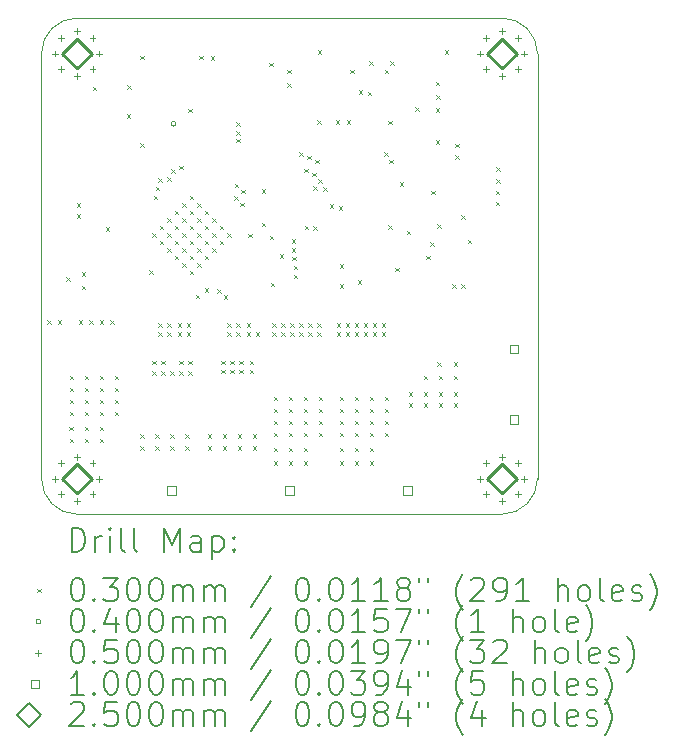
<source format=gbr>
%TF.GenerationSoftware,KiCad,Pcbnew,8.0.4-8.0.4-0~ubuntu24.04.1*%
%TF.CreationDate,2024-08-03T15:04:34+08:00*%
%TF.ProjectId,CawDrive,43617744-7269-4766-952e-6b696361645f,rev?*%
%TF.SameCoordinates,Original*%
%TF.FileFunction,Drillmap*%
%TF.FilePolarity,Positive*%
%FSLAX45Y45*%
G04 Gerber Fmt 4.5, Leading zero omitted, Abs format (unit mm)*
G04 Created by KiCad (PCBNEW 8.0.4-8.0.4-0~ubuntu24.04.1) date 2024-08-03 15:04:34*
%MOMM*%
%LPD*%
G01*
G04 APERTURE LIST*
%ADD10C,0.100000*%
%ADD11C,0.200000*%
%ADD12C,0.250000*%
G04 APERTURE END LIST*
D10*
X12300000Y-6800000D02*
X15900000Y-6800000D01*
X15900000Y-6800000D02*
G75*
G02*
X16200000Y-7100000I0J-300000D01*
G01*
X16200000Y-7100000D02*
X16200000Y-10700000D01*
X12300000Y-11000000D02*
G75*
G02*
X12000000Y-10700000I0J300000D01*
G01*
X16200000Y-10700000D02*
G75*
G02*
X15900000Y-11000000I-300000J0D01*
G01*
X15900000Y-11000000D02*
X12300000Y-11000000D01*
X12000000Y-10700000D02*
X12000000Y-7100000D01*
X12000000Y-7100000D02*
G75*
G02*
X12300000Y-6800000I300000J0D01*
G01*
D11*
D10*
X12050000Y-9357600D02*
X12080000Y-9387600D01*
X12080000Y-9357600D02*
X12050000Y-9387600D01*
X12138900Y-9357600D02*
X12168900Y-9387600D01*
X12168900Y-9357600D02*
X12138900Y-9387600D01*
X12211350Y-8993050D02*
X12241350Y-9023050D01*
X12241350Y-8993050D02*
X12211350Y-9023050D01*
X12235000Y-10260000D02*
X12265000Y-10290000D01*
X12265000Y-10260000D02*
X12235000Y-10290000D01*
X12240500Y-9827500D02*
X12270500Y-9857500D01*
X12270500Y-9827500D02*
X12240500Y-9857500D01*
X12240500Y-9929100D02*
X12270500Y-9959100D01*
X12270500Y-9929100D02*
X12240500Y-9959100D01*
X12240500Y-10030700D02*
X12270500Y-10060700D01*
X12270500Y-10030700D02*
X12240500Y-10060700D01*
X12240500Y-10132300D02*
X12270500Y-10162300D01*
X12270500Y-10132300D02*
X12240500Y-10162300D01*
X12240500Y-10360900D02*
X12270500Y-10390900D01*
X12270500Y-10360900D02*
X12240500Y-10390900D01*
X12298000Y-8459000D02*
X12328000Y-8489000D01*
X12328000Y-8459000D02*
X12298000Y-8489000D01*
X12299000Y-8368000D02*
X12329000Y-8398000D01*
X12329000Y-8368000D02*
X12299000Y-8398000D01*
X12316700Y-9357600D02*
X12346700Y-9387600D01*
X12346700Y-9357600D02*
X12316700Y-9387600D01*
X12342100Y-8951200D02*
X12372100Y-8981200D01*
X12372100Y-8951200D02*
X12342100Y-8981200D01*
X12342100Y-9065500D02*
X12372100Y-9095500D01*
X12372100Y-9065500D02*
X12342100Y-9095500D01*
X12367500Y-9827500D02*
X12397500Y-9857500D01*
X12397500Y-9827500D02*
X12367500Y-9857500D01*
X12367500Y-9929100D02*
X12397500Y-9959100D01*
X12397500Y-9929100D02*
X12367500Y-9959100D01*
X12367500Y-10030700D02*
X12397500Y-10060700D01*
X12397500Y-10030700D02*
X12367500Y-10060700D01*
X12367500Y-10132300D02*
X12397500Y-10162300D01*
X12397500Y-10132300D02*
X12367500Y-10162300D01*
X12367500Y-10259300D02*
X12397500Y-10289300D01*
X12397500Y-10259300D02*
X12367500Y-10289300D01*
X12367500Y-10360900D02*
X12397500Y-10390900D01*
X12397500Y-10360900D02*
X12367500Y-10390900D01*
X12405600Y-9357600D02*
X12435600Y-9387600D01*
X12435600Y-9357600D02*
X12405600Y-9387600D01*
X12434750Y-7380150D02*
X12464750Y-7410150D01*
X12464750Y-7380150D02*
X12434750Y-7410150D01*
X12494500Y-9357600D02*
X12524500Y-9387600D01*
X12524500Y-9357600D02*
X12494500Y-9387600D01*
X12494500Y-9827500D02*
X12524500Y-9857500D01*
X12524500Y-9827500D02*
X12494500Y-9857500D01*
X12494500Y-9929100D02*
X12524500Y-9959100D01*
X12524500Y-9929100D02*
X12494500Y-9959100D01*
X12494500Y-10030700D02*
X12524500Y-10060700D01*
X12524500Y-10030700D02*
X12494500Y-10060700D01*
X12494500Y-10132300D02*
X12524500Y-10162300D01*
X12524500Y-10132300D02*
X12494500Y-10162300D01*
X12494500Y-10259300D02*
X12524500Y-10289300D01*
X12524500Y-10259300D02*
X12494500Y-10289300D01*
X12494500Y-10360900D02*
X12524500Y-10390900D01*
X12524500Y-10360900D02*
X12494500Y-10390900D01*
X12542650Y-8570200D02*
X12572650Y-8600200D01*
X12572650Y-8570200D02*
X12542650Y-8600200D01*
X12583400Y-9357600D02*
X12613400Y-9387600D01*
X12613400Y-9357600D02*
X12583400Y-9387600D01*
X12621500Y-9827500D02*
X12651500Y-9857500D01*
X12651500Y-9827500D02*
X12621500Y-9857500D01*
X12621500Y-9929100D02*
X12651500Y-9959100D01*
X12651500Y-9929100D02*
X12621500Y-9959100D01*
X12621500Y-10030700D02*
X12651500Y-10060700D01*
X12651500Y-10030700D02*
X12621500Y-10060700D01*
X12621500Y-10132300D02*
X12651500Y-10162300D01*
X12651500Y-10132300D02*
X12621500Y-10162300D01*
X12723100Y-7615900D02*
X12753100Y-7645900D01*
X12753100Y-7615900D02*
X12723100Y-7645900D01*
X12724051Y-7370759D02*
X12754051Y-7400759D01*
X12754051Y-7370759D02*
X12724051Y-7400759D01*
X12835000Y-7118000D02*
X12865000Y-7148000D01*
X12865000Y-7118000D02*
X12835000Y-7148000D01*
X12836000Y-7861000D02*
X12866000Y-7891000D01*
X12866000Y-7861000D02*
X12836000Y-7891000D01*
X12837400Y-10322800D02*
X12867400Y-10352800D01*
X12867400Y-10322800D02*
X12837400Y-10352800D01*
X12837400Y-10424400D02*
X12867400Y-10454400D01*
X12867400Y-10424400D02*
X12837400Y-10454400D01*
X12913234Y-8934766D02*
X12943234Y-8964766D01*
X12943234Y-8934766D02*
X12913234Y-8964766D01*
X12939000Y-8621000D02*
X12969000Y-8651000D01*
X12969000Y-8621000D02*
X12939000Y-8651000D01*
X12939000Y-9700500D02*
X12969000Y-9730500D01*
X12969000Y-9700500D02*
X12939000Y-9730500D01*
X12939000Y-9789400D02*
X12969000Y-9819400D01*
X12969000Y-9789400D02*
X12939000Y-9819400D01*
X12950000Y-8306000D02*
X12980000Y-8336000D01*
X12980000Y-8306000D02*
X12950000Y-8336000D01*
X12964400Y-10322800D02*
X12994400Y-10352800D01*
X12994400Y-10322800D02*
X12964400Y-10352800D01*
X12964400Y-10424400D02*
X12994400Y-10454400D01*
X12994400Y-10424400D02*
X12964400Y-10454400D01*
X12966288Y-8228375D02*
X12996288Y-8258375D01*
X12996288Y-8228375D02*
X12966288Y-8258375D01*
X12989273Y-8156731D02*
X13019273Y-8186731D01*
X13019273Y-8156731D02*
X12989273Y-8186731D01*
X12989800Y-9383000D02*
X13019800Y-9413000D01*
X13019800Y-9383000D02*
X12989800Y-9413000D01*
X12989800Y-9459200D02*
X13019800Y-9489200D01*
X13019800Y-9459200D02*
X12989800Y-9489200D01*
X13002500Y-8557500D02*
X13032500Y-8587500D01*
X13032500Y-8557500D02*
X13002500Y-8587500D01*
X13002500Y-8684500D02*
X13032500Y-8714500D01*
X13032500Y-8684500D02*
X13002500Y-8714500D01*
X13015200Y-9700500D02*
X13045200Y-9730500D01*
X13045200Y-9700500D02*
X13015200Y-9730500D01*
X13015200Y-9789400D02*
X13045200Y-9819400D01*
X13045200Y-9789400D02*
X13015200Y-9819400D01*
X13064038Y-8148288D02*
X13094038Y-8178288D01*
X13094038Y-8148288D02*
X13064038Y-8178288D01*
X13066000Y-8494000D02*
X13096000Y-8524000D01*
X13096000Y-8494000D02*
X13066000Y-8524000D01*
X13066000Y-8621000D02*
X13096000Y-8651000D01*
X13096000Y-8621000D02*
X13066000Y-8651000D01*
X13066000Y-8748000D02*
X13096000Y-8778000D01*
X13096000Y-8748000D02*
X13066000Y-8778000D01*
X13066000Y-9383000D02*
X13096000Y-9413000D01*
X13096000Y-9383000D02*
X13066000Y-9413000D01*
X13066000Y-9459200D02*
X13096000Y-9489200D01*
X13096000Y-9459200D02*
X13066000Y-9489200D01*
X13091400Y-9789400D02*
X13121400Y-9819400D01*
X13121400Y-9789400D02*
X13091400Y-9819400D01*
X13091400Y-10322800D02*
X13121400Y-10352800D01*
X13121400Y-10322800D02*
X13091400Y-10352800D01*
X13091400Y-10424400D02*
X13121400Y-10454400D01*
X13121400Y-10424400D02*
X13091400Y-10454400D01*
X13098462Y-8081385D02*
X13128462Y-8111385D01*
X13128462Y-8081385D02*
X13098462Y-8111385D01*
X13129500Y-8430500D02*
X13159500Y-8460500D01*
X13159500Y-8430500D02*
X13129500Y-8460500D01*
X13129500Y-8557500D02*
X13159500Y-8587500D01*
X13159500Y-8557500D02*
X13129500Y-8587500D01*
X13129500Y-8684500D02*
X13159500Y-8714500D01*
X13159500Y-8684500D02*
X13129500Y-8714500D01*
X13129500Y-8811500D02*
X13159500Y-8841500D01*
X13159500Y-8811500D02*
X13129500Y-8841500D01*
X13154900Y-9383000D02*
X13184900Y-9413000D01*
X13184900Y-9383000D02*
X13154900Y-9413000D01*
X13154900Y-9459200D02*
X13184900Y-9489200D01*
X13184900Y-9459200D02*
X13154900Y-9489200D01*
X13167600Y-9700500D02*
X13197600Y-9730500D01*
X13197600Y-9700500D02*
X13167600Y-9730500D01*
X13167600Y-9789400D02*
X13197600Y-9819400D01*
X13197600Y-9789400D02*
X13167600Y-9819400D01*
X13168461Y-8051833D02*
X13198461Y-8081833D01*
X13198461Y-8051833D02*
X13168461Y-8081833D01*
X13193000Y-8367000D02*
X13223000Y-8397000D01*
X13223000Y-8367000D02*
X13193000Y-8397000D01*
X13193000Y-8494000D02*
X13223000Y-8524000D01*
X13223000Y-8494000D02*
X13193000Y-8524000D01*
X13193000Y-8621000D02*
X13223000Y-8651000D01*
X13223000Y-8621000D02*
X13193000Y-8651000D01*
X13193000Y-8748000D02*
X13223000Y-8778000D01*
X13223000Y-8748000D02*
X13193000Y-8778000D01*
X13193000Y-8875000D02*
X13223000Y-8905000D01*
X13223000Y-8875000D02*
X13193000Y-8905000D01*
X13218400Y-10322800D02*
X13248400Y-10352800D01*
X13248400Y-10322800D02*
X13218400Y-10352800D01*
X13218400Y-10424400D02*
X13248400Y-10454400D01*
X13248400Y-10424400D02*
X13218400Y-10454400D01*
X13231100Y-9383000D02*
X13261100Y-9413000D01*
X13261100Y-9383000D02*
X13231100Y-9413000D01*
X13231100Y-9459200D02*
X13261100Y-9489200D01*
X13261100Y-9459200D02*
X13231100Y-9489200D01*
X13243800Y-7566900D02*
X13273800Y-7596900D01*
X13273800Y-7566900D02*
X13243800Y-7596900D01*
X13243800Y-9700500D02*
X13273800Y-9730500D01*
X13273800Y-9700500D02*
X13243800Y-9730500D01*
X13243800Y-9789400D02*
X13273800Y-9819400D01*
X13273800Y-9789400D02*
X13243800Y-9819400D01*
X13256500Y-8303500D02*
X13286500Y-8333500D01*
X13286500Y-8303500D02*
X13256500Y-8333500D01*
X13256500Y-8430500D02*
X13286500Y-8460500D01*
X13286500Y-8430500D02*
X13256500Y-8460500D01*
X13256500Y-8557500D02*
X13286500Y-8587500D01*
X13286500Y-8557500D02*
X13256500Y-8587500D01*
X13256500Y-8684500D02*
X13286500Y-8714500D01*
X13286500Y-8684500D02*
X13256500Y-8714500D01*
X13256500Y-8811500D02*
X13286500Y-8841500D01*
X13286500Y-8811500D02*
X13256500Y-8841500D01*
X13256500Y-8938500D02*
X13286500Y-8968500D01*
X13286500Y-8938500D02*
X13256500Y-8968500D01*
X13307000Y-9141000D02*
X13337000Y-9171000D01*
X13337000Y-9141000D02*
X13307000Y-9171000D01*
X13320000Y-8367000D02*
X13350000Y-8397000D01*
X13350000Y-8367000D02*
X13320000Y-8397000D01*
X13320000Y-8494000D02*
X13350000Y-8524000D01*
X13350000Y-8494000D02*
X13320000Y-8524000D01*
X13320000Y-8621000D02*
X13350000Y-8651000D01*
X13350000Y-8621000D02*
X13320000Y-8651000D01*
X13320000Y-8748000D02*
X13350000Y-8778000D01*
X13350000Y-8748000D02*
X13320000Y-8778000D01*
X13320000Y-8875000D02*
X13350000Y-8905000D01*
X13350000Y-8875000D02*
X13320000Y-8905000D01*
X13337000Y-7120000D02*
X13367000Y-7150000D01*
X13367000Y-7120000D02*
X13337000Y-7150000D01*
X13382759Y-9089000D02*
X13412759Y-9119000D01*
X13412759Y-9089000D02*
X13382759Y-9119000D01*
X13383500Y-8430500D02*
X13413500Y-8460500D01*
X13413500Y-8430500D02*
X13383500Y-8460500D01*
X13383500Y-8557500D02*
X13413500Y-8587500D01*
X13413500Y-8557500D02*
X13383500Y-8587500D01*
X13383500Y-8684500D02*
X13413500Y-8714500D01*
X13413500Y-8684500D02*
X13383500Y-8714500D01*
X13383500Y-8811500D02*
X13413500Y-8841500D01*
X13413500Y-8811500D02*
X13383500Y-8841500D01*
X13408900Y-10322800D02*
X13438900Y-10352800D01*
X13438900Y-10322800D02*
X13408900Y-10352800D01*
X13408900Y-10424400D02*
X13438900Y-10454400D01*
X13438900Y-10424400D02*
X13408900Y-10454400D01*
X13435000Y-7121000D02*
X13465000Y-7151000D01*
X13465000Y-7121000D02*
X13435000Y-7151000D01*
X13447000Y-8494000D02*
X13477000Y-8524000D01*
X13477000Y-8494000D02*
X13447000Y-8524000D01*
X13447000Y-8621000D02*
X13477000Y-8651000D01*
X13477000Y-8621000D02*
X13447000Y-8651000D01*
X13447000Y-8748000D02*
X13477000Y-8778000D01*
X13477000Y-8748000D02*
X13447000Y-8778000D01*
X13489241Y-9095041D02*
X13519241Y-9125041D01*
X13519241Y-9095041D02*
X13489241Y-9125041D01*
X13510500Y-8557500D02*
X13540500Y-8587500D01*
X13540500Y-8557500D02*
X13510500Y-8587500D01*
X13510500Y-8684500D02*
X13540500Y-8714500D01*
X13540500Y-8684500D02*
X13510500Y-8714500D01*
X13523200Y-9700500D02*
X13553200Y-9730500D01*
X13553200Y-9700500D02*
X13523200Y-9730500D01*
X13523200Y-9776700D02*
X13553200Y-9806700D01*
X13553200Y-9776700D02*
X13523200Y-9806700D01*
X13535900Y-10322800D02*
X13565900Y-10352800D01*
X13565900Y-10322800D02*
X13535900Y-10352800D01*
X13535900Y-10424400D02*
X13565900Y-10454400D01*
X13565900Y-10424400D02*
X13535900Y-10454400D01*
X13542444Y-9148244D02*
X13572444Y-9178244D01*
X13572444Y-9148244D02*
X13542444Y-9178244D01*
X13574000Y-8621000D02*
X13604000Y-8651000D01*
X13604000Y-8621000D02*
X13574000Y-8651000D01*
X13574000Y-9383000D02*
X13604000Y-9413000D01*
X13604000Y-9383000D02*
X13574000Y-9413000D01*
X13574000Y-9459200D02*
X13604000Y-9489200D01*
X13604000Y-9459200D02*
X13574000Y-9489200D01*
X13599400Y-9700500D02*
X13629400Y-9730500D01*
X13629400Y-9700500D02*
X13599400Y-9730500D01*
X13599400Y-9776700D02*
X13629400Y-9806700D01*
X13629400Y-9776700D02*
X13599400Y-9806700D01*
X13632264Y-8307831D02*
X13662264Y-8337831D01*
X13662264Y-8307831D02*
X13632264Y-8337831D01*
X13637520Y-8201166D02*
X13667520Y-8231166D01*
X13667520Y-8201166D02*
X13637520Y-8231166D01*
X13650200Y-7681200D02*
X13680200Y-7711200D01*
X13680200Y-7681200D02*
X13650200Y-7711200D01*
X13650200Y-7757400D02*
X13680200Y-7787400D01*
X13680200Y-7757400D02*
X13650200Y-7787400D01*
X13650200Y-7820900D02*
X13680200Y-7850900D01*
X13680200Y-7820900D02*
X13650200Y-7850900D01*
X13650200Y-9383000D02*
X13680200Y-9413000D01*
X13680200Y-9383000D02*
X13650200Y-9413000D01*
X13650200Y-9459200D02*
X13680200Y-9489200D01*
X13680200Y-9459200D02*
X13650200Y-9489200D01*
X13662900Y-10322800D02*
X13692900Y-10352800D01*
X13692900Y-10322800D02*
X13662900Y-10352800D01*
X13662900Y-10424400D02*
X13692900Y-10454400D01*
X13692900Y-10424400D02*
X13662900Y-10454400D01*
X13675600Y-9700500D02*
X13705600Y-9730500D01*
X13705600Y-9700500D02*
X13675600Y-9730500D01*
X13675600Y-9776700D02*
X13705600Y-9806700D01*
X13705600Y-9776700D02*
X13675600Y-9806700D01*
X13684000Y-8362461D02*
X13714000Y-8392461D01*
X13714000Y-8362461D02*
X13684000Y-8392461D01*
X13692959Y-8254407D02*
X13722959Y-8284407D01*
X13722959Y-8254407D02*
X13692959Y-8284407D01*
X13739100Y-9383000D02*
X13769100Y-9413000D01*
X13769100Y-9383000D02*
X13739100Y-9413000D01*
X13739100Y-9459200D02*
X13769100Y-9489200D01*
X13769100Y-9459200D02*
X13739100Y-9489200D01*
X13750466Y-8624760D02*
X13780466Y-8654760D01*
X13780466Y-8624760D02*
X13750466Y-8654760D01*
X13764500Y-9700500D02*
X13794500Y-9730500D01*
X13794500Y-9700500D02*
X13764500Y-9730500D01*
X13764500Y-9776700D02*
X13794500Y-9806700D01*
X13794500Y-9776700D02*
X13764500Y-9806700D01*
X13789900Y-10322800D02*
X13819900Y-10352800D01*
X13819900Y-10322800D02*
X13789900Y-10352800D01*
X13789900Y-10424400D02*
X13819900Y-10454400D01*
X13819900Y-10424400D02*
X13789900Y-10454400D01*
X13815300Y-9459200D02*
X13845300Y-9489200D01*
X13845300Y-9459200D02*
X13815300Y-9489200D01*
X13865000Y-8534000D02*
X13895000Y-8564000D01*
X13895000Y-8534000D02*
X13865000Y-8564000D01*
X13866000Y-8250000D02*
X13896000Y-8280000D01*
X13896000Y-8250000D02*
X13866000Y-8280000D01*
X13930000Y-7177000D02*
X13960000Y-7207000D01*
X13960000Y-7177000D02*
X13930000Y-7207000D01*
X13931000Y-8642891D02*
X13961000Y-8672891D01*
X13961000Y-8642891D02*
X13931000Y-8672891D01*
X13942300Y-9040100D02*
X13972300Y-9070100D01*
X13972300Y-9040100D02*
X13942300Y-9070100D01*
X13955000Y-9383000D02*
X13985000Y-9413000D01*
X13985000Y-9383000D02*
X13955000Y-9413000D01*
X13955000Y-9459200D02*
X13985000Y-9489200D01*
X13985000Y-9459200D02*
X13955000Y-9489200D01*
X13967700Y-10005300D02*
X13997700Y-10035300D01*
X13997700Y-10005300D02*
X13967700Y-10035300D01*
X13967700Y-10106900D02*
X13997700Y-10136900D01*
X13997700Y-10106900D02*
X13967700Y-10136900D01*
X13967700Y-10208500D02*
X13997700Y-10238500D01*
X13997700Y-10208500D02*
X13967700Y-10238500D01*
X13967700Y-10310100D02*
X13997700Y-10340100D01*
X13997700Y-10310100D02*
X13967700Y-10340100D01*
X13967700Y-10437100D02*
X13997700Y-10467100D01*
X13997700Y-10437100D02*
X13967700Y-10467100D01*
X13967700Y-10551400D02*
X13997700Y-10581400D01*
X13997700Y-10551400D02*
X13967700Y-10581400D01*
X14018500Y-8798800D02*
X14048500Y-8828800D01*
X14048500Y-8798800D02*
X14018500Y-8828800D01*
X14031200Y-9383000D02*
X14061200Y-9413000D01*
X14061200Y-9383000D02*
X14031200Y-9413000D01*
X14031200Y-9459200D02*
X14061200Y-9489200D01*
X14061200Y-9459200D02*
X14031200Y-9489200D01*
X14082000Y-7236700D02*
X14112000Y-7266700D01*
X14112000Y-7236700D02*
X14082000Y-7266700D01*
X14082000Y-7351000D02*
X14112000Y-7381000D01*
X14112000Y-7351000D02*
X14082000Y-7381000D01*
X14094700Y-10005300D02*
X14124700Y-10035300D01*
X14124700Y-10005300D02*
X14094700Y-10035300D01*
X14094700Y-10106900D02*
X14124700Y-10136900D01*
X14124700Y-10106900D02*
X14094700Y-10136900D01*
X14094700Y-10208500D02*
X14124700Y-10238500D01*
X14124700Y-10208500D02*
X14094700Y-10238500D01*
X14094700Y-10310100D02*
X14124700Y-10340100D01*
X14124700Y-10310100D02*
X14094700Y-10340100D01*
X14094700Y-10437100D02*
X14124700Y-10467100D01*
X14124700Y-10437100D02*
X14094700Y-10467100D01*
X14094700Y-10551400D02*
X14124700Y-10581400D01*
X14124700Y-10551400D02*
X14094700Y-10581400D01*
X14107400Y-9383000D02*
X14137400Y-9413000D01*
X14137400Y-9383000D02*
X14107400Y-9413000D01*
X14107400Y-9459200D02*
X14137400Y-9489200D01*
X14137400Y-9459200D02*
X14107400Y-9489200D01*
X14119956Y-8746898D02*
X14149956Y-8776898D01*
X14149956Y-8746898D02*
X14119956Y-8776898D01*
X14120100Y-8671658D02*
X14150100Y-8701658D01*
X14150100Y-8671658D02*
X14120100Y-8701658D01*
X14121699Y-8822118D02*
X14151699Y-8852118D01*
X14151699Y-8822118D02*
X14121699Y-8852118D01*
X14136004Y-8897196D02*
X14166004Y-8927196D01*
X14166004Y-8897196D02*
X14136004Y-8927196D01*
X14137676Y-8972418D02*
X14167676Y-9002418D01*
X14167676Y-8972418D02*
X14137676Y-9002418D01*
X14182000Y-7936000D02*
X14212000Y-7966000D01*
X14212000Y-7936000D02*
X14182000Y-7966000D01*
X14183600Y-9383000D02*
X14213600Y-9413000D01*
X14213600Y-9383000D02*
X14183600Y-9413000D01*
X14183600Y-9459200D02*
X14213600Y-9489200D01*
X14213600Y-9459200D02*
X14183600Y-9489200D01*
X14221700Y-10005300D02*
X14251700Y-10035300D01*
X14251700Y-10005300D02*
X14221700Y-10035300D01*
X14221700Y-10106900D02*
X14251700Y-10136900D01*
X14251700Y-10106900D02*
X14221700Y-10136900D01*
X14221700Y-10208500D02*
X14251700Y-10238500D01*
X14251700Y-10208500D02*
X14221700Y-10238500D01*
X14221700Y-10310100D02*
X14251700Y-10340100D01*
X14251700Y-10310100D02*
X14221700Y-10340100D01*
X14221700Y-10437100D02*
X14251700Y-10467100D01*
X14251700Y-10437100D02*
X14221700Y-10467100D01*
X14221700Y-10551400D02*
X14251700Y-10581400D01*
X14251700Y-10551400D02*
X14221700Y-10581400D01*
X14225000Y-8073724D02*
X14255000Y-8103724D01*
X14255000Y-8073724D02*
X14225000Y-8103724D01*
X14227690Y-8559121D02*
X14257690Y-8589121D01*
X14257690Y-8559121D02*
X14227690Y-8589121D01*
X14250447Y-7967242D02*
X14280447Y-7997242D01*
X14280447Y-7967242D02*
X14250447Y-7997242D01*
X14259800Y-9383000D02*
X14289800Y-9413000D01*
X14289800Y-9383000D02*
X14259800Y-9413000D01*
X14259800Y-9459200D02*
X14289800Y-9489200D01*
X14289800Y-9459200D02*
X14259800Y-9489200D01*
X14291603Y-8108725D02*
X14321603Y-8138725D01*
X14321603Y-8108725D02*
X14291603Y-8138725D01*
X14298928Y-8222678D02*
X14328928Y-8252678D01*
X14328928Y-8222678D02*
X14298928Y-8252678D01*
X14302885Y-8561733D02*
X14332885Y-8591733D01*
X14332885Y-8561733D02*
X14302885Y-8591733D01*
X14319295Y-7997591D02*
X14349295Y-8027591D01*
X14349295Y-7997591D02*
X14319295Y-8027591D01*
X14333658Y-7666240D02*
X14363658Y-7696240D01*
X14363658Y-7666240D02*
X14333658Y-7696240D01*
X14336000Y-9383000D02*
X14366000Y-9413000D01*
X14366000Y-9383000D02*
X14336000Y-9413000D01*
X14336000Y-9459200D02*
X14366000Y-9489200D01*
X14366000Y-9459200D02*
X14336000Y-9489200D01*
X14340000Y-7072000D02*
X14370000Y-7102000D01*
X14370000Y-7072000D02*
X14340000Y-7102000D01*
X14344168Y-8162558D02*
X14374168Y-8192558D01*
X14374168Y-8162558D02*
X14344168Y-8192558D01*
X14348700Y-10005300D02*
X14378700Y-10035300D01*
X14378700Y-10005300D02*
X14348700Y-10035300D01*
X14348700Y-10106900D02*
X14378700Y-10136900D01*
X14378700Y-10106900D02*
X14348700Y-10136900D01*
X14348700Y-10208500D02*
X14378700Y-10238500D01*
X14378700Y-10208500D02*
X14348700Y-10238500D01*
X14348700Y-10310100D02*
X14378700Y-10340100D01*
X14378700Y-10310100D02*
X14348700Y-10340100D01*
X14386000Y-8230000D02*
X14416000Y-8260000D01*
X14416000Y-8230000D02*
X14386000Y-8260000D01*
X14442106Y-8374460D02*
X14472106Y-8404461D01*
X14472106Y-8374460D02*
X14442106Y-8404461D01*
X14492000Y-7666240D02*
X14522000Y-7696240D01*
X14522000Y-7666240D02*
X14492000Y-7696240D01*
X14501100Y-9383000D02*
X14531100Y-9413000D01*
X14531100Y-9383000D02*
X14501100Y-9413000D01*
X14501100Y-9459200D02*
X14531100Y-9489200D01*
X14531100Y-9459200D02*
X14501100Y-9489200D01*
X14515085Y-8392767D02*
X14545085Y-8422767D01*
X14545085Y-8392767D02*
X14515085Y-8422767D01*
X14526500Y-9052800D02*
X14556500Y-9082800D01*
X14556500Y-9052800D02*
X14526500Y-9082800D01*
X14526500Y-10005300D02*
X14556500Y-10035300D01*
X14556500Y-10005300D02*
X14526500Y-10035300D01*
X14526500Y-10106900D02*
X14556500Y-10136900D01*
X14556500Y-10106900D02*
X14526500Y-10136900D01*
X14526500Y-10208500D02*
X14556500Y-10238500D01*
X14556500Y-10208500D02*
X14526500Y-10238500D01*
X14526500Y-10310100D02*
X14556500Y-10340100D01*
X14556500Y-10310100D02*
X14526500Y-10340100D01*
X14526500Y-10437100D02*
X14556500Y-10467100D01*
X14556500Y-10437100D02*
X14526500Y-10467100D01*
X14526500Y-10551400D02*
X14556500Y-10581400D01*
X14556500Y-10551400D02*
X14526500Y-10581400D01*
X14526999Y-8886041D02*
X14556999Y-8916041D01*
X14556999Y-8886041D02*
X14526999Y-8916041D01*
X14577300Y-9383000D02*
X14607300Y-9413000D01*
X14607300Y-9383000D02*
X14577300Y-9413000D01*
X14577300Y-9459200D02*
X14607300Y-9489200D01*
X14607300Y-9459200D02*
X14577300Y-9489200D01*
X14585000Y-7666240D02*
X14615000Y-7696240D01*
X14615000Y-7666240D02*
X14585000Y-7696240D01*
X14615400Y-7236700D02*
X14645400Y-7266700D01*
X14645400Y-7236700D02*
X14615400Y-7266700D01*
X14653500Y-9383000D02*
X14683500Y-9413000D01*
X14683500Y-9383000D02*
X14653500Y-9413000D01*
X14653500Y-9459200D02*
X14683500Y-9489200D01*
X14683500Y-9459200D02*
X14653500Y-9489200D01*
X14653500Y-10005300D02*
X14683500Y-10035300D01*
X14683500Y-10005300D02*
X14653500Y-10035300D01*
X14653500Y-10106900D02*
X14683500Y-10136900D01*
X14683500Y-10106900D02*
X14653500Y-10136900D01*
X14653500Y-10208500D02*
X14683500Y-10238500D01*
X14683500Y-10208500D02*
X14653500Y-10238500D01*
X14653500Y-10310100D02*
X14683500Y-10340100D01*
X14683500Y-10310100D02*
X14653500Y-10340100D01*
X14653500Y-10437100D02*
X14683500Y-10467100D01*
X14683500Y-10437100D02*
X14653500Y-10467100D01*
X14653500Y-10551400D02*
X14683500Y-10581400D01*
X14683500Y-10551400D02*
X14653500Y-10581400D01*
X14678900Y-9020650D02*
X14708900Y-9050650D01*
X14708900Y-9020650D02*
X14678900Y-9050650D01*
X14687000Y-7411000D02*
X14717000Y-7441000D01*
X14717000Y-7411000D02*
X14687000Y-7441000D01*
X14729700Y-9383000D02*
X14759700Y-9413000D01*
X14759700Y-9383000D02*
X14729700Y-9413000D01*
X14729700Y-9459200D02*
X14759700Y-9489200D01*
X14759700Y-9459200D02*
X14729700Y-9489200D01*
X14761244Y-7423203D02*
X14791244Y-7453203D01*
X14791244Y-7423203D02*
X14761244Y-7453203D01*
X14777000Y-7165000D02*
X14807000Y-7195000D01*
X14807000Y-7165000D02*
X14777000Y-7195000D01*
X14780500Y-10005300D02*
X14810500Y-10035300D01*
X14810500Y-10005300D02*
X14780500Y-10035300D01*
X14780500Y-10106900D02*
X14810500Y-10136900D01*
X14810500Y-10106900D02*
X14780500Y-10136900D01*
X14780500Y-10208500D02*
X14810500Y-10238500D01*
X14810500Y-10208500D02*
X14780500Y-10238500D01*
X14780500Y-10310100D02*
X14810500Y-10340100D01*
X14810500Y-10310100D02*
X14780500Y-10340100D01*
X14780500Y-10437100D02*
X14810500Y-10467100D01*
X14810500Y-10437100D02*
X14780500Y-10467100D01*
X14780500Y-10551400D02*
X14810500Y-10581400D01*
X14810500Y-10551400D02*
X14780500Y-10581400D01*
X14805900Y-9383000D02*
X14835900Y-9413000D01*
X14835900Y-9383000D02*
X14805900Y-9413000D01*
X14805900Y-9459200D02*
X14835900Y-9489200D01*
X14835900Y-9459200D02*
X14805900Y-9489200D01*
X14882100Y-9383000D02*
X14912100Y-9413000D01*
X14912100Y-9383000D02*
X14882100Y-9413000D01*
X14882100Y-9459200D02*
X14912100Y-9489200D01*
X14912100Y-9459200D02*
X14882100Y-9489200D01*
X14901884Y-7936884D02*
X14931884Y-7966884D01*
X14931884Y-7936884D02*
X14901884Y-7966884D01*
X14907500Y-7236700D02*
X14937500Y-7266700D01*
X14937500Y-7236700D02*
X14907500Y-7266700D01*
X14907500Y-10005300D02*
X14937500Y-10035300D01*
X14937500Y-10005300D02*
X14907500Y-10035300D01*
X14907500Y-10106900D02*
X14937500Y-10136900D01*
X14937500Y-10106900D02*
X14907500Y-10136900D01*
X14907500Y-10208500D02*
X14937500Y-10238500D01*
X14937500Y-10208500D02*
X14907500Y-10238500D01*
X14907500Y-10310100D02*
X14937500Y-10340100D01*
X14937500Y-10310100D02*
X14907500Y-10340100D01*
X14935000Y-8553000D02*
X14965000Y-8583000D01*
X14965000Y-8553000D02*
X14935000Y-8583000D01*
X14938241Y-7668746D02*
X14968241Y-7698746D01*
X14968241Y-7668746D02*
X14938241Y-7698746D01*
X14946650Y-7997650D02*
X14976650Y-8027650D01*
X14976650Y-7997650D02*
X14946650Y-8027650D01*
X14953000Y-7166000D02*
X14983000Y-7196000D01*
X14983000Y-7166000D02*
X14953000Y-7196000D01*
X14996400Y-8913100D02*
X15026400Y-8943100D01*
X15026400Y-8913100D02*
X14996400Y-8943100D01*
X15032000Y-8189000D02*
X15062000Y-8219000D01*
X15062000Y-8189000D02*
X15032000Y-8219000D01*
X15092000Y-8602000D02*
X15122000Y-8632000D01*
X15122000Y-8602000D02*
X15092000Y-8632000D01*
X15110700Y-9967200D02*
X15140700Y-9997200D01*
X15140700Y-9967200D02*
X15110700Y-9997200D01*
X15110700Y-10060000D02*
X15140700Y-10090000D01*
X15140700Y-10060000D02*
X15110700Y-10090000D01*
X15165000Y-7556000D02*
X15195000Y-7586000D01*
X15195000Y-7556000D02*
X15165000Y-7586000D01*
X15237700Y-9827500D02*
X15267700Y-9857500D01*
X15267700Y-9827500D02*
X15237700Y-9857500D01*
X15237700Y-9967200D02*
X15267700Y-9997200D01*
X15267700Y-9967200D02*
X15237700Y-9997200D01*
X15237700Y-10060000D02*
X15267700Y-10090000D01*
X15267700Y-10060000D02*
X15237700Y-10090000D01*
X15258000Y-8811000D02*
X15288000Y-8841000D01*
X15288000Y-8811000D02*
X15258000Y-8841000D01*
X15291000Y-8697000D02*
X15321000Y-8727000D01*
X15321000Y-8697000D02*
X15291000Y-8727000D01*
X15299550Y-8261573D02*
X15329550Y-8291573D01*
X15329550Y-8261573D02*
X15299550Y-8291573D01*
X15337300Y-7338300D02*
X15367300Y-7368300D01*
X15367300Y-7338300D02*
X15337300Y-7368300D01*
X15340000Y-7561000D02*
X15370000Y-7591000D01*
X15370000Y-7561000D02*
X15340000Y-7591000D01*
X15340000Y-7836000D02*
X15370000Y-7866000D01*
X15370000Y-7836000D02*
X15340000Y-7866000D01*
X15341000Y-7452000D02*
X15371000Y-7482000D01*
X15371000Y-7452000D02*
X15341000Y-7482000D01*
X15352000Y-8544800D02*
X15382000Y-8574800D01*
X15382000Y-8544800D02*
X15352000Y-8574800D01*
X15352000Y-9713200D02*
X15382000Y-9743200D01*
X15382000Y-9713200D02*
X15352000Y-9743200D01*
X15364700Y-9827500D02*
X15394700Y-9857500D01*
X15394700Y-9827500D02*
X15364700Y-9857500D01*
X15364700Y-9967200D02*
X15394700Y-9997200D01*
X15394700Y-9967200D02*
X15364700Y-9997200D01*
X15364700Y-10060000D02*
X15394700Y-10090000D01*
X15394700Y-10060000D02*
X15364700Y-10090000D01*
X15416000Y-7071000D02*
X15446000Y-7101000D01*
X15446000Y-7071000D02*
X15416000Y-7101000D01*
X15479000Y-9052800D02*
X15509000Y-9082800D01*
X15509000Y-9052800D02*
X15479000Y-9082800D01*
X15491700Y-9713200D02*
X15521700Y-9743200D01*
X15521700Y-9713200D02*
X15491700Y-9743200D01*
X15491700Y-9827500D02*
X15521700Y-9857500D01*
X15521700Y-9827500D02*
X15491700Y-9857500D01*
X15491700Y-9967200D02*
X15521700Y-9997200D01*
X15521700Y-9967200D02*
X15491700Y-9997200D01*
X15491700Y-10060000D02*
X15521700Y-10090000D01*
X15521700Y-10060000D02*
X15491700Y-10090000D01*
X15504000Y-7863000D02*
X15534000Y-7893000D01*
X15534000Y-7863000D02*
X15504000Y-7893000D01*
X15504400Y-7959000D02*
X15534400Y-7989000D01*
X15534400Y-7959000D02*
X15504400Y-7989000D01*
X15555200Y-8468600D02*
X15585200Y-8498600D01*
X15585200Y-8468600D02*
X15555200Y-8498600D01*
X15555200Y-9052800D02*
X15585200Y-9082800D01*
X15585200Y-9052800D02*
X15555200Y-9082800D01*
X15608000Y-8677000D02*
X15638000Y-8707000D01*
X15638000Y-8677000D02*
X15608000Y-8707000D01*
X15847300Y-8263000D02*
X15877300Y-8293000D01*
X15877300Y-8263000D02*
X15847300Y-8293000D01*
X15847300Y-8354300D02*
X15877300Y-8384300D01*
X15877300Y-8354300D02*
X15847300Y-8384300D01*
X15850000Y-8163000D02*
X15880000Y-8193000D01*
X15880000Y-8163000D02*
X15850000Y-8193000D01*
X15851000Y-8063000D02*
X15881000Y-8093000D01*
X15881000Y-8063000D02*
X15851000Y-8093000D01*
X13139100Y-7696200D02*
G75*
G02*
X13099100Y-7696200I-20000J0D01*
G01*
X13099100Y-7696200D02*
G75*
G02*
X13139100Y-7696200I20000J0D01*
G01*
X12112500Y-7075000D02*
X12112500Y-7125000D01*
X12087500Y-7100000D02*
X12137500Y-7100000D01*
X12112500Y-10675000D02*
X12112500Y-10725000D01*
X12087500Y-10700000D02*
X12137500Y-10700000D01*
X12167417Y-6942417D02*
X12167417Y-6992417D01*
X12142417Y-6967417D02*
X12192417Y-6967417D01*
X12167417Y-7207582D02*
X12167417Y-7257582D01*
X12142417Y-7232582D02*
X12192417Y-7232582D01*
X12167417Y-10542418D02*
X12167417Y-10592418D01*
X12142417Y-10567418D02*
X12192417Y-10567418D01*
X12167417Y-10807583D02*
X12167417Y-10857583D01*
X12142417Y-10832583D02*
X12192417Y-10832583D01*
X12300000Y-6887500D02*
X12300000Y-6937500D01*
X12275000Y-6912500D02*
X12325000Y-6912500D01*
X12300000Y-7262500D02*
X12300000Y-7312500D01*
X12275000Y-7287500D02*
X12325000Y-7287500D01*
X12300000Y-10487500D02*
X12300000Y-10537500D01*
X12275000Y-10512500D02*
X12325000Y-10512500D01*
X12300000Y-10862500D02*
X12300000Y-10912500D01*
X12275000Y-10887500D02*
X12325000Y-10887500D01*
X12432582Y-6942417D02*
X12432582Y-6992417D01*
X12407582Y-6967417D02*
X12457582Y-6967417D01*
X12432582Y-7207582D02*
X12432582Y-7257582D01*
X12407582Y-7232582D02*
X12457582Y-7232582D01*
X12432582Y-10542418D02*
X12432582Y-10592418D01*
X12407582Y-10567418D02*
X12457582Y-10567418D01*
X12432582Y-10807583D02*
X12432582Y-10857583D01*
X12407582Y-10832583D02*
X12457582Y-10832583D01*
X12487500Y-7075000D02*
X12487500Y-7125000D01*
X12462500Y-7100000D02*
X12512500Y-7100000D01*
X12487500Y-10675000D02*
X12487500Y-10725000D01*
X12462500Y-10700000D02*
X12512500Y-10700000D01*
X15712500Y-7075000D02*
X15712500Y-7125000D01*
X15687500Y-7100000D02*
X15737500Y-7100000D01*
X15712500Y-10675000D02*
X15712500Y-10725000D01*
X15687500Y-10700000D02*
X15737500Y-10700000D01*
X15767417Y-6942417D02*
X15767417Y-6992417D01*
X15742417Y-6967417D02*
X15792417Y-6967417D01*
X15767417Y-7207582D02*
X15767417Y-7257582D01*
X15742417Y-7232582D02*
X15792417Y-7232582D01*
X15767417Y-10542418D02*
X15767417Y-10592418D01*
X15742417Y-10567418D02*
X15792417Y-10567418D01*
X15767417Y-10807583D02*
X15767417Y-10857583D01*
X15742417Y-10832583D02*
X15792417Y-10832583D01*
X15900000Y-6887500D02*
X15900000Y-6937500D01*
X15875000Y-6912500D02*
X15925000Y-6912500D01*
X15900000Y-7262500D02*
X15900000Y-7312500D01*
X15875000Y-7287500D02*
X15925000Y-7287500D01*
X15900000Y-10487500D02*
X15900000Y-10537500D01*
X15875000Y-10512500D02*
X15925000Y-10512500D01*
X15900000Y-10862500D02*
X15900000Y-10912500D01*
X15875000Y-10887500D02*
X15925000Y-10887500D01*
X16032582Y-6942417D02*
X16032582Y-6992417D01*
X16007582Y-6967417D02*
X16057582Y-6967417D01*
X16032582Y-7207582D02*
X16032582Y-7257582D01*
X16007582Y-7232582D02*
X16057582Y-7232582D01*
X16032582Y-10542418D02*
X16032582Y-10592418D01*
X16007582Y-10567418D02*
X16057582Y-10567418D01*
X16032582Y-10807583D02*
X16032582Y-10857583D01*
X16007582Y-10832583D02*
X16057582Y-10832583D01*
X16087500Y-7075000D02*
X16087500Y-7125000D01*
X16062500Y-7100000D02*
X16112500Y-7100000D01*
X16087500Y-10675000D02*
X16087500Y-10725000D01*
X16062500Y-10700000D02*
X16112500Y-10700000D01*
X13135356Y-10835356D02*
X13135356Y-10764644D01*
X13064644Y-10764644D01*
X13064644Y-10835356D01*
X13135356Y-10835356D01*
X14135356Y-10835356D02*
X14135356Y-10764644D01*
X14064644Y-10764644D01*
X14064644Y-10835356D01*
X14135356Y-10835356D01*
X15135356Y-10835356D02*
X15135356Y-10764644D01*
X15064644Y-10764644D01*
X15064644Y-10835356D01*
X15135356Y-10835356D01*
X16035356Y-9635356D02*
X16035356Y-9564644D01*
X15964644Y-9564644D01*
X15964644Y-9635356D01*
X16035356Y-9635356D01*
X16035356Y-10235356D02*
X16035356Y-10164644D01*
X15964644Y-10164644D01*
X15964644Y-10235356D01*
X16035356Y-10235356D01*
D12*
X12300000Y-7225000D02*
X12425000Y-7100000D01*
X12300000Y-6975000D01*
X12175000Y-7100000D01*
X12300000Y-7225000D01*
X12300000Y-10825000D02*
X12425000Y-10700000D01*
X12300000Y-10575000D01*
X12175000Y-10700000D01*
X12300000Y-10825000D01*
X15900000Y-7225000D02*
X16025000Y-7100000D01*
X15900000Y-6975000D01*
X15775000Y-7100000D01*
X15900000Y-7225000D01*
X15900000Y-10825000D02*
X16025000Y-10700000D01*
X15900000Y-10575000D01*
X15775000Y-10700000D01*
X15900000Y-10825000D01*
D11*
X12255777Y-11316484D02*
X12255777Y-11116484D01*
X12255777Y-11116484D02*
X12303396Y-11116484D01*
X12303396Y-11116484D02*
X12331967Y-11126008D01*
X12331967Y-11126008D02*
X12351015Y-11145055D01*
X12351015Y-11145055D02*
X12360539Y-11164103D01*
X12360539Y-11164103D02*
X12370062Y-11202198D01*
X12370062Y-11202198D02*
X12370062Y-11230769D01*
X12370062Y-11230769D02*
X12360539Y-11268865D01*
X12360539Y-11268865D02*
X12351015Y-11287912D01*
X12351015Y-11287912D02*
X12331967Y-11306960D01*
X12331967Y-11306960D02*
X12303396Y-11316484D01*
X12303396Y-11316484D02*
X12255777Y-11316484D01*
X12455777Y-11316484D02*
X12455777Y-11183150D01*
X12455777Y-11221246D02*
X12465301Y-11202198D01*
X12465301Y-11202198D02*
X12474824Y-11192674D01*
X12474824Y-11192674D02*
X12493872Y-11183150D01*
X12493872Y-11183150D02*
X12512920Y-11183150D01*
X12579586Y-11316484D02*
X12579586Y-11183150D01*
X12579586Y-11116484D02*
X12570062Y-11126008D01*
X12570062Y-11126008D02*
X12579586Y-11135531D01*
X12579586Y-11135531D02*
X12589110Y-11126008D01*
X12589110Y-11126008D02*
X12579586Y-11116484D01*
X12579586Y-11116484D02*
X12579586Y-11135531D01*
X12703396Y-11316484D02*
X12684348Y-11306960D01*
X12684348Y-11306960D02*
X12674824Y-11287912D01*
X12674824Y-11287912D02*
X12674824Y-11116484D01*
X12808158Y-11316484D02*
X12789110Y-11306960D01*
X12789110Y-11306960D02*
X12779586Y-11287912D01*
X12779586Y-11287912D02*
X12779586Y-11116484D01*
X13036729Y-11316484D02*
X13036729Y-11116484D01*
X13036729Y-11116484D02*
X13103396Y-11259341D01*
X13103396Y-11259341D02*
X13170062Y-11116484D01*
X13170062Y-11116484D02*
X13170062Y-11316484D01*
X13351015Y-11316484D02*
X13351015Y-11211722D01*
X13351015Y-11211722D02*
X13341491Y-11192674D01*
X13341491Y-11192674D02*
X13322443Y-11183150D01*
X13322443Y-11183150D02*
X13284348Y-11183150D01*
X13284348Y-11183150D02*
X13265301Y-11192674D01*
X13351015Y-11306960D02*
X13331967Y-11316484D01*
X13331967Y-11316484D02*
X13284348Y-11316484D01*
X13284348Y-11316484D02*
X13265301Y-11306960D01*
X13265301Y-11306960D02*
X13255777Y-11287912D01*
X13255777Y-11287912D02*
X13255777Y-11268865D01*
X13255777Y-11268865D02*
X13265301Y-11249817D01*
X13265301Y-11249817D02*
X13284348Y-11240293D01*
X13284348Y-11240293D02*
X13331967Y-11240293D01*
X13331967Y-11240293D02*
X13351015Y-11230769D01*
X13446253Y-11183150D02*
X13446253Y-11383150D01*
X13446253Y-11192674D02*
X13465301Y-11183150D01*
X13465301Y-11183150D02*
X13503396Y-11183150D01*
X13503396Y-11183150D02*
X13522443Y-11192674D01*
X13522443Y-11192674D02*
X13531967Y-11202198D01*
X13531967Y-11202198D02*
X13541491Y-11221246D01*
X13541491Y-11221246D02*
X13541491Y-11278388D01*
X13541491Y-11278388D02*
X13531967Y-11297436D01*
X13531967Y-11297436D02*
X13522443Y-11306960D01*
X13522443Y-11306960D02*
X13503396Y-11316484D01*
X13503396Y-11316484D02*
X13465301Y-11316484D01*
X13465301Y-11316484D02*
X13446253Y-11306960D01*
X13627205Y-11297436D02*
X13636729Y-11306960D01*
X13636729Y-11306960D02*
X13627205Y-11316484D01*
X13627205Y-11316484D02*
X13617682Y-11306960D01*
X13617682Y-11306960D02*
X13627205Y-11297436D01*
X13627205Y-11297436D02*
X13627205Y-11316484D01*
X13627205Y-11192674D02*
X13636729Y-11202198D01*
X13636729Y-11202198D02*
X13627205Y-11211722D01*
X13627205Y-11211722D02*
X13617682Y-11202198D01*
X13617682Y-11202198D02*
X13627205Y-11192674D01*
X13627205Y-11192674D02*
X13627205Y-11211722D01*
D10*
X11965000Y-11630000D02*
X11995000Y-11660000D01*
X11995000Y-11630000D02*
X11965000Y-11660000D01*
D11*
X12293872Y-11536484D02*
X12312920Y-11536484D01*
X12312920Y-11536484D02*
X12331967Y-11546008D01*
X12331967Y-11546008D02*
X12341491Y-11555531D01*
X12341491Y-11555531D02*
X12351015Y-11574579D01*
X12351015Y-11574579D02*
X12360539Y-11612674D01*
X12360539Y-11612674D02*
X12360539Y-11660293D01*
X12360539Y-11660293D02*
X12351015Y-11698388D01*
X12351015Y-11698388D02*
X12341491Y-11717436D01*
X12341491Y-11717436D02*
X12331967Y-11726960D01*
X12331967Y-11726960D02*
X12312920Y-11736484D01*
X12312920Y-11736484D02*
X12293872Y-11736484D01*
X12293872Y-11736484D02*
X12274824Y-11726960D01*
X12274824Y-11726960D02*
X12265301Y-11717436D01*
X12265301Y-11717436D02*
X12255777Y-11698388D01*
X12255777Y-11698388D02*
X12246253Y-11660293D01*
X12246253Y-11660293D02*
X12246253Y-11612674D01*
X12246253Y-11612674D02*
X12255777Y-11574579D01*
X12255777Y-11574579D02*
X12265301Y-11555531D01*
X12265301Y-11555531D02*
X12274824Y-11546008D01*
X12274824Y-11546008D02*
X12293872Y-11536484D01*
X12446253Y-11717436D02*
X12455777Y-11726960D01*
X12455777Y-11726960D02*
X12446253Y-11736484D01*
X12446253Y-11736484D02*
X12436729Y-11726960D01*
X12436729Y-11726960D02*
X12446253Y-11717436D01*
X12446253Y-11717436D02*
X12446253Y-11736484D01*
X12522443Y-11536484D02*
X12646253Y-11536484D01*
X12646253Y-11536484D02*
X12579586Y-11612674D01*
X12579586Y-11612674D02*
X12608158Y-11612674D01*
X12608158Y-11612674D02*
X12627205Y-11622198D01*
X12627205Y-11622198D02*
X12636729Y-11631722D01*
X12636729Y-11631722D02*
X12646253Y-11650769D01*
X12646253Y-11650769D02*
X12646253Y-11698388D01*
X12646253Y-11698388D02*
X12636729Y-11717436D01*
X12636729Y-11717436D02*
X12627205Y-11726960D01*
X12627205Y-11726960D02*
X12608158Y-11736484D01*
X12608158Y-11736484D02*
X12551015Y-11736484D01*
X12551015Y-11736484D02*
X12531967Y-11726960D01*
X12531967Y-11726960D02*
X12522443Y-11717436D01*
X12770062Y-11536484D02*
X12789110Y-11536484D01*
X12789110Y-11536484D02*
X12808158Y-11546008D01*
X12808158Y-11546008D02*
X12817682Y-11555531D01*
X12817682Y-11555531D02*
X12827205Y-11574579D01*
X12827205Y-11574579D02*
X12836729Y-11612674D01*
X12836729Y-11612674D02*
X12836729Y-11660293D01*
X12836729Y-11660293D02*
X12827205Y-11698388D01*
X12827205Y-11698388D02*
X12817682Y-11717436D01*
X12817682Y-11717436D02*
X12808158Y-11726960D01*
X12808158Y-11726960D02*
X12789110Y-11736484D01*
X12789110Y-11736484D02*
X12770062Y-11736484D01*
X12770062Y-11736484D02*
X12751015Y-11726960D01*
X12751015Y-11726960D02*
X12741491Y-11717436D01*
X12741491Y-11717436D02*
X12731967Y-11698388D01*
X12731967Y-11698388D02*
X12722443Y-11660293D01*
X12722443Y-11660293D02*
X12722443Y-11612674D01*
X12722443Y-11612674D02*
X12731967Y-11574579D01*
X12731967Y-11574579D02*
X12741491Y-11555531D01*
X12741491Y-11555531D02*
X12751015Y-11546008D01*
X12751015Y-11546008D02*
X12770062Y-11536484D01*
X12960539Y-11536484D02*
X12979586Y-11536484D01*
X12979586Y-11536484D02*
X12998634Y-11546008D01*
X12998634Y-11546008D02*
X13008158Y-11555531D01*
X13008158Y-11555531D02*
X13017682Y-11574579D01*
X13017682Y-11574579D02*
X13027205Y-11612674D01*
X13027205Y-11612674D02*
X13027205Y-11660293D01*
X13027205Y-11660293D02*
X13017682Y-11698388D01*
X13017682Y-11698388D02*
X13008158Y-11717436D01*
X13008158Y-11717436D02*
X12998634Y-11726960D01*
X12998634Y-11726960D02*
X12979586Y-11736484D01*
X12979586Y-11736484D02*
X12960539Y-11736484D01*
X12960539Y-11736484D02*
X12941491Y-11726960D01*
X12941491Y-11726960D02*
X12931967Y-11717436D01*
X12931967Y-11717436D02*
X12922443Y-11698388D01*
X12922443Y-11698388D02*
X12912920Y-11660293D01*
X12912920Y-11660293D02*
X12912920Y-11612674D01*
X12912920Y-11612674D02*
X12922443Y-11574579D01*
X12922443Y-11574579D02*
X12931967Y-11555531D01*
X12931967Y-11555531D02*
X12941491Y-11546008D01*
X12941491Y-11546008D02*
X12960539Y-11536484D01*
X13112920Y-11736484D02*
X13112920Y-11603150D01*
X13112920Y-11622198D02*
X13122443Y-11612674D01*
X13122443Y-11612674D02*
X13141491Y-11603150D01*
X13141491Y-11603150D02*
X13170063Y-11603150D01*
X13170063Y-11603150D02*
X13189110Y-11612674D01*
X13189110Y-11612674D02*
X13198634Y-11631722D01*
X13198634Y-11631722D02*
X13198634Y-11736484D01*
X13198634Y-11631722D02*
X13208158Y-11612674D01*
X13208158Y-11612674D02*
X13227205Y-11603150D01*
X13227205Y-11603150D02*
X13255777Y-11603150D01*
X13255777Y-11603150D02*
X13274824Y-11612674D01*
X13274824Y-11612674D02*
X13284348Y-11631722D01*
X13284348Y-11631722D02*
X13284348Y-11736484D01*
X13379586Y-11736484D02*
X13379586Y-11603150D01*
X13379586Y-11622198D02*
X13389110Y-11612674D01*
X13389110Y-11612674D02*
X13408158Y-11603150D01*
X13408158Y-11603150D02*
X13436729Y-11603150D01*
X13436729Y-11603150D02*
X13455777Y-11612674D01*
X13455777Y-11612674D02*
X13465301Y-11631722D01*
X13465301Y-11631722D02*
X13465301Y-11736484D01*
X13465301Y-11631722D02*
X13474824Y-11612674D01*
X13474824Y-11612674D02*
X13493872Y-11603150D01*
X13493872Y-11603150D02*
X13522443Y-11603150D01*
X13522443Y-11603150D02*
X13541491Y-11612674D01*
X13541491Y-11612674D02*
X13551015Y-11631722D01*
X13551015Y-11631722D02*
X13551015Y-11736484D01*
X13941491Y-11526960D02*
X13770063Y-11784103D01*
X14198634Y-11536484D02*
X14217682Y-11536484D01*
X14217682Y-11536484D02*
X14236729Y-11546008D01*
X14236729Y-11546008D02*
X14246253Y-11555531D01*
X14246253Y-11555531D02*
X14255777Y-11574579D01*
X14255777Y-11574579D02*
X14265301Y-11612674D01*
X14265301Y-11612674D02*
X14265301Y-11660293D01*
X14265301Y-11660293D02*
X14255777Y-11698388D01*
X14255777Y-11698388D02*
X14246253Y-11717436D01*
X14246253Y-11717436D02*
X14236729Y-11726960D01*
X14236729Y-11726960D02*
X14217682Y-11736484D01*
X14217682Y-11736484D02*
X14198634Y-11736484D01*
X14198634Y-11736484D02*
X14179586Y-11726960D01*
X14179586Y-11726960D02*
X14170063Y-11717436D01*
X14170063Y-11717436D02*
X14160539Y-11698388D01*
X14160539Y-11698388D02*
X14151015Y-11660293D01*
X14151015Y-11660293D02*
X14151015Y-11612674D01*
X14151015Y-11612674D02*
X14160539Y-11574579D01*
X14160539Y-11574579D02*
X14170063Y-11555531D01*
X14170063Y-11555531D02*
X14179586Y-11546008D01*
X14179586Y-11546008D02*
X14198634Y-11536484D01*
X14351015Y-11717436D02*
X14360539Y-11726960D01*
X14360539Y-11726960D02*
X14351015Y-11736484D01*
X14351015Y-11736484D02*
X14341491Y-11726960D01*
X14341491Y-11726960D02*
X14351015Y-11717436D01*
X14351015Y-11717436D02*
X14351015Y-11736484D01*
X14484348Y-11536484D02*
X14503396Y-11536484D01*
X14503396Y-11536484D02*
X14522444Y-11546008D01*
X14522444Y-11546008D02*
X14531967Y-11555531D01*
X14531967Y-11555531D02*
X14541491Y-11574579D01*
X14541491Y-11574579D02*
X14551015Y-11612674D01*
X14551015Y-11612674D02*
X14551015Y-11660293D01*
X14551015Y-11660293D02*
X14541491Y-11698388D01*
X14541491Y-11698388D02*
X14531967Y-11717436D01*
X14531967Y-11717436D02*
X14522444Y-11726960D01*
X14522444Y-11726960D02*
X14503396Y-11736484D01*
X14503396Y-11736484D02*
X14484348Y-11736484D01*
X14484348Y-11736484D02*
X14465301Y-11726960D01*
X14465301Y-11726960D02*
X14455777Y-11717436D01*
X14455777Y-11717436D02*
X14446253Y-11698388D01*
X14446253Y-11698388D02*
X14436729Y-11660293D01*
X14436729Y-11660293D02*
X14436729Y-11612674D01*
X14436729Y-11612674D02*
X14446253Y-11574579D01*
X14446253Y-11574579D02*
X14455777Y-11555531D01*
X14455777Y-11555531D02*
X14465301Y-11546008D01*
X14465301Y-11546008D02*
X14484348Y-11536484D01*
X14741491Y-11736484D02*
X14627206Y-11736484D01*
X14684348Y-11736484D02*
X14684348Y-11536484D01*
X14684348Y-11536484D02*
X14665301Y-11565055D01*
X14665301Y-11565055D02*
X14646253Y-11584103D01*
X14646253Y-11584103D02*
X14627206Y-11593627D01*
X14931967Y-11736484D02*
X14817682Y-11736484D01*
X14874825Y-11736484D02*
X14874825Y-11536484D01*
X14874825Y-11536484D02*
X14855777Y-11565055D01*
X14855777Y-11565055D02*
X14836729Y-11584103D01*
X14836729Y-11584103D02*
X14817682Y-11593627D01*
X15046253Y-11622198D02*
X15027206Y-11612674D01*
X15027206Y-11612674D02*
X15017682Y-11603150D01*
X15017682Y-11603150D02*
X15008158Y-11584103D01*
X15008158Y-11584103D02*
X15008158Y-11574579D01*
X15008158Y-11574579D02*
X15017682Y-11555531D01*
X15017682Y-11555531D02*
X15027206Y-11546008D01*
X15027206Y-11546008D02*
X15046253Y-11536484D01*
X15046253Y-11536484D02*
X15084348Y-11536484D01*
X15084348Y-11536484D02*
X15103396Y-11546008D01*
X15103396Y-11546008D02*
X15112920Y-11555531D01*
X15112920Y-11555531D02*
X15122444Y-11574579D01*
X15122444Y-11574579D02*
X15122444Y-11584103D01*
X15122444Y-11584103D02*
X15112920Y-11603150D01*
X15112920Y-11603150D02*
X15103396Y-11612674D01*
X15103396Y-11612674D02*
X15084348Y-11622198D01*
X15084348Y-11622198D02*
X15046253Y-11622198D01*
X15046253Y-11622198D02*
X15027206Y-11631722D01*
X15027206Y-11631722D02*
X15017682Y-11641246D01*
X15017682Y-11641246D02*
X15008158Y-11660293D01*
X15008158Y-11660293D02*
X15008158Y-11698388D01*
X15008158Y-11698388D02*
X15017682Y-11717436D01*
X15017682Y-11717436D02*
X15027206Y-11726960D01*
X15027206Y-11726960D02*
X15046253Y-11736484D01*
X15046253Y-11736484D02*
X15084348Y-11736484D01*
X15084348Y-11736484D02*
X15103396Y-11726960D01*
X15103396Y-11726960D02*
X15112920Y-11717436D01*
X15112920Y-11717436D02*
X15122444Y-11698388D01*
X15122444Y-11698388D02*
X15122444Y-11660293D01*
X15122444Y-11660293D02*
X15112920Y-11641246D01*
X15112920Y-11641246D02*
X15103396Y-11631722D01*
X15103396Y-11631722D02*
X15084348Y-11622198D01*
X15198634Y-11536484D02*
X15198634Y-11574579D01*
X15274825Y-11536484D02*
X15274825Y-11574579D01*
X15570063Y-11812674D02*
X15560539Y-11803150D01*
X15560539Y-11803150D02*
X15541491Y-11774579D01*
X15541491Y-11774579D02*
X15531968Y-11755531D01*
X15531968Y-11755531D02*
X15522444Y-11726960D01*
X15522444Y-11726960D02*
X15512920Y-11679341D01*
X15512920Y-11679341D02*
X15512920Y-11641246D01*
X15512920Y-11641246D02*
X15522444Y-11593627D01*
X15522444Y-11593627D02*
X15531968Y-11565055D01*
X15531968Y-11565055D02*
X15541491Y-11546008D01*
X15541491Y-11546008D02*
X15560539Y-11517436D01*
X15560539Y-11517436D02*
X15570063Y-11507912D01*
X15636729Y-11555531D02*
X15646253Y-11546008D01*
X15646253Y-11546008D02*
X15665301Y-11536484D01*
X15665301Y-11536484D02*
X15712920Y-11536484D01*
X15712920Y-11536484D02*
X15731968Y-11546008D01*
X15731968Y-11546008D02*
X15741491Y-11555531D01*
X15741491Y-11555531D02*
X15751015Y-11574579D01*
X15751015Y-11574579D02*
X15751015Y-11593627D01*
X15751015Y-11593627D02*
X15741491Y-11622198D01*
X15741491Y-11622198D02*
X15627206Y-11736484D01*
X15627206Y-11736484D02*
X15751015Y-11736484D01*
X15846253Y-11736484D02*
X15884348Y-11736484D01*
X15884348Y-11736484D02*
X15903396Y-11726960D01*
X15903396Y-11726960D02*
X15912920Y-11717436D01*
X15912920Y-11717436D02*
X15931968Y-11688865D01*
X15931968Y-11688865D02*
X15941491Y-11650769D01*
X15941491Y-11650769D02*
X15941491Y-11574579D01*
X15941491Y-11574579D02*
X15931968Y-11555531D01*
X15931968Y-11555531D02*
X15922444Y-11546008D01*
X15922444Y-11546008D02*
X15903396Y-11536484D01*
X15903396Y-11536484D02*
X15865301Y-11536484D01*
X15865301Y-11536484D02*
X15846253Y-11546008D01*
X15846253Y-11546008D02*
X15836729Y-11555531D01*
X15836729Y-11555531D02*
X15827206Y-11574579D01*
X15827206Y-11574579D02*
X15827206Y-11622198D01*
X15827206Y-11622198D02*
X15836729Y-11641246D01*
X15836729Y-11641246D02*
X15846253Y-11650769D01*
X15846253Y-11650769D02*
X15865301Y-11660293D01*
X15865301Y-11660293D02*
X15903396Y-11660293D01*
X15903396Y-11660293D02*
X15922444Y-11650769D01*
X15922444Y-11650769D02*
X15931968Y-11641246D01*
X15931968Y-11641246D02*
X15941491Y-11622198D01*
X16131968Y-11736484D02*
X16017682Y-11736484D01*
X16074825Y-11736484D02*
X16074825Y-11536484D01*
X16074825Y-11536484D02*
X16055777Y-11565055D01*
X16055777Y-11565055D02*
X16036729Y-11584103D01*
X16036729Y-11584103D02*
X16017682Y-11593627D01*
X16370063Y-11736484D02*
X16370063Y-11536484D01*
X16455777Y-11736484D02*
X16455777Y-11631722D01*
X16455777Y-11631722D02*
X16446253Y-11612674D01*
X16446253Y-11612674D02*
X16427206Y-11603150D01*
X16427206Y-11603150D02*
X16398634Y-11603150D01*
X16398634Y-11603150D02*
X16379587Y-11612674D01*
X16379587Y-11612674D02*
X16370063Y-11622198D01*
X16579587Y-11736484D02*
X16560539Y-11726960D01*
X16560539Y-11726960D02*
X16551015Y-11717436D01*
X16551015Y-11717436D02*
X16541491Y-11698388D01*
X16541491Y-11698388D02*
X16541491Y-11641246D01*
X16541491Y-11641246D02*
X16551015Y-11622198D01*
X16551015Y-11622198D02*
X16560539Y-11612674D01*
X16560539Y-11612674D02*
X16579587Y-11603150D01*
X16579587Y-11603150D02*
X16608158Y-11603150D01*
X16608158Y-11603150D02*
X16627206Y-11612674D01*
X16627206Y-11612674D02*
X16636730Y-11622198D01*
X16636730Y-11622198D02*
X16646253Y-11641246D01*
X16646253Y-11641246D02*
X16646253Y-11698388D01*
X16646253Y-11698388D02*
X16636730Y-11717436D01*
X16636730Y-11717436D02*
X16627206Y-11726960D01*
X16627206Y-11726960D02*
X16608158Y-11736484D01*
X16608158Y-11736484D02*
X16579587Y-11736484D01*
X16760539Y-11736484D02*
X16741491Y-11726960D01*
X16741491Y-11726960D02*
X16731968Y-11707912D01*
X16731968Y-11707912D02*
X16731968Y-11536484D01*
X16912920Y-11726960D02*
X16893873Y-11736484D01*
X16893873Y-11736484D02*
X16855777Y-11736484D01*
X16855777Y-11736484D02*
X16836730Y-11726960D01*
X16836730Y-11726960D02*
X16827206Y-11707912D01*
X16827206Y-11707912D02*
X16827206Y-11631722D01*
X16827206Y-11631722D02*
X16836730Y-11612674D01*
X16836730Y-11612674D02*
X16855777Y-11603150D01*
X16855777Y-11603150D02*
X16893873Y-11603150D01*
X16893873Y-11603150D02*
X16912920Y-11612674D01*
X16912920Y-11612674D02*
X16922444Y-11631722D01*
X16922444Y-11631722D02*
X16922444Y-11650769D01*
X16922444Y-11650769D02*
X16827206Y-11669817D01*
X16998634Y-11726960D02*
X17017682Y-11736484D01*
X17017682Y-11736484D02*
X17055777Y-11736484D01*
X17055777Y-11736484D02*
X17074825Y-11726960D01*
X17074825Y-11726960D02*
X17084349Y-11707912D01*
X17084349Y-11707912D02*
X17084349Y-11698388D01*
X17084349Y-11698388D02*
X17074825Y-11679341D01*
X17074825Y-11679341D02*
X17055777Y-11669817D01*
X17055777Y-11669817D02*
X17027206Y-11669817D01*
X17027206Y-11669817D02*
X17008158Y-11660293D01*
X17008158Y-11660293D02*
X16998634Y-11641246D01*
X16998634Y-11641246D02*
X16998634Y-11631722D01*
X16998634Y-11631722D02*
X17008158Y-11612674D01*
X17008158Y-11612674D02*
X17027206Y-11603150D01*
X17027206Y-11603150D02*
X17055777Y-11603150D01*
X17055777Y-11603150D02*
X17074825Y-11612674D01*
X17151015Y-11812674D02*
X17160539Y-11803150D01*
X17160539Y-11803150D02*
X17179587Y-11774579D01*
X17179587Y-11774579D02*
X17189111Y-11755531D01*
X17189111Y-11755531D02*
X17198634Y-11726960D01*
X17198634Y-11726960D02*
X17208158Y-11679341D01*
X17208158Y-11679341D02*
X17208158Y-11641246D01*
X17208158Y-11641246D02*
X17198634Y-11593627D01*
X17198634Y-11593627D02*
X17189111Y-11565055D01*
X17189111Y-11565055D02*
X17179587Y-11546008D01*
X17179587Y-11546008D02*
X17160539Y-11517436D01*
X17160539Y-11517436D02*
X17151015Y-11507912D01*
D10*
X11995000Y-11909000D02*
G75*
G02*
X11955000Y-11909000I-20000J0D01*
G01*
X11955000Y-11909000D02*
G75*
G02*
X11995000Y-11909000I20000J0D01*
G01*
D11*
X12293872Y-11800484D02*
X12312920Y-11800484D01*
X12312920Y-11800484D02*
X12331967Y-11810008D01*
X12331967Y-11810008D02*
X12341491Y-11819531D01*
X12341491Y-11819531D02*
X12351015Y-11838579D01*
X12351015Y-11838579D02*
X12360539Y-11876674D01*
X12360539Y-11876674D02*
X12360539Y-11924293D01*
X12360539Y-11924293D02*
X12351015Y-11962388D01*
X12351015Y-11962388D02*
X12341491Y-11981436D01*
X12341491Y-11981436D02*
X12331967Y-11990960D01*
X12331967Y-11990960D02*
X12312920Y-12000484D01*
X12312920Y-12000484D02*
X12293872Y-12000484D01*
X12293872Y-12000484D02*
X12274824Y-11990960D01*
X12274824Y-11990960D02*
X12265301Y-11981436D01*
X12265301Y-11981436D02*
X12255777Y-11962388D01*
X12255777Y-11962388D02*
X12246253Y-11924293D01*
X12246253Y-11924293D02*
X12246253Y-11876674D01*
X12246253Y-11876674D02*
X12255777Y-11838579D01*
X12255777Y-11838579D02*
X12265301Y-11819531D01*
X12265301Y-11819531D02*
X12274824Y-11810008D01*
X12274824Y-11810008D02*
X12293872Y-11800484D01*
X12446253Y-11981436D02*
X12455777Y-11990960D01*
X12455777Y-11990960D02*
X12446253Y-12000484D01*
X12446253Y-12000484D02*
X12436729Y-11990960D01*
X12436729Y-11990960D02*
X12446253Y-11981436D01*
X12446253Y-11981436D02*
X12446253Y-12000484D01*
X12627205Y-11867150D02*
X12627205Y-12000484D01*
X12579586Y-11790960D02*
X12531967Y-11933817D01*
X12531967Y-11933817D02*
X12655777Y-11933817D01*
X12770062Y-11800484D02*
X12789110Y-11800484D01*
X12789110Y-11800484D02*
X12808158Y-11810008D01*
X12808158Y-11810008D02*
X12817682Y-11819531D01*
X12817682Y-11819531D02*
X12827205Y-11838579D01*
X12827205Y-11838579D02*
X12836729Y-11876674D01*
X12836729Y-11876674D02*
X12836729Y-11924293D01*
X12836729Y-11924293D02*
X12827205Y-11962388D01*
X12827205Y-11962388D02*
X12817682Y-11981436D01*
X12817682Y-11981436D02*
X12808158Y-11990960D01*
X12808158Y-11990960D02*
X12789110Y-12000484D01*
X12789110Y-12000484D02*
X12770062Y-12000484D01*
X12770062Y-12000484D02*
X12751015Y-11990960D01*
X12751015Y-11990960D02*
X12741491Y-11981436D01*
X12741491Y-11981436D02*
X12731967Y-11962388D01*
X12731967Y-11962388D02*
X12722443Y-11924293D01*
X12722443Y-11924293D02*
X12722443Y-11876674D01*
X12722443Y-11876674D02*
X12731967Y-11838579D01*
X12731967Y-11838579D02*
X12741491Y-11819531D01*
X12741491Y-11819531D02*
X12751015Y-11810008D01*
X12751015Y-11810008D02*
X12770062Y-11800484D01*
X12960539Y-11800484D02*
X12979586Y-11800484D01*
X12979586Y-11800484D02*
X12998634Y-11810008D01*
X12998634Y-11810008D02*
X13008158Y-11819531D01*
X13008158Y-11819531D02*
X13017682Y-11838579D01*
X13017682Y-11838579D02*
X13027205Y-11876674D01*
X13027205Y-11876674D02*
X13027205Y-11924293D01*
X13027205Y-11924293D02*
X13017682Y-11962388D01*
X13017682Y-11962388D02*
X13008158Y-11981436D01*
X13008158Y-11981436D02*
X12998634Y-11990960D01*
X12998634Y-11990960D02*
X12979586Y-12000484D01*
X12979586Y-12000484D02*
X12960539Y-12000484D01*
X12960539Y-12000484D02*
X12941491Y-11990960D01*
X12941491Y-11990960D02*
X12931967Y-11981436D01*
X12931967Y-11981436D02*
X12922443Y-11962388D01*
X12922443Y-11962388D02*
X12912920Y-11924293D01*
X12912920Y-11924293D02*
X12912920Y-11876674D01*
X12912920Y-11876674D02*
X12922443Y-11838579D01*
X12922443Y-11838579D02*
X12931967Y-11819531D01*
X12931967Y-11819531D02*
X12941491Y-11810008D01*
X12941491Y-11810008D02*
X12960539Y-11800484D01*
X13112920Y-12000484D02*
X13112920Y-11867150D01*
X13112920Y-11886198D02*
X13122443Y-11876674D01*
X13122443Y-11876674D02*
X13141491Y-11867150D01*
X13141491Y-11867150D02*
X13170063Y-11867150D01*
X13170063Y-11867150D02*
X13189110Y-11876674D01*
X13189110Y-11876674D02*
X13198634Y-11895722D01*
X13198634Y-11895722D02*
X13198634Y-12000484D01*
X13198634Y-11895722D02*
X13208158Y-11876674D01*
X13208158Y-11876674D02*
X13227205Y-11867150D01*
X13227205Y-11867150D02*
X13255777Y-11867150D01*
X13255777Y-11867150D02*
X13274824Y-11876674D01*
X13274824Y-11876674D02*
X13284348Y-11895722D01*
X13284348Y-11895722D02*
X13284348Y-12000484D01*
X13379586Y-12000484D02*
X13379586Y-11867150D01*
X13379586Y-11886198D02*
X13389110Y-11876674D01*
X13389110Y-11876674D02*
X13408158Y-11867150D01*
X13408158Y-11867150D02*
X13436729Y-11867150D01*
X13436729Y-11867150D02*
X13455777Y-11876674D01*
X13455777Y-11876674D02*
X13465301Y-11895722D01*
X13465301Y-11895722D02*
X13465301Y-12000484D01*
X13465301Y-11895722D02*
X13474824Y-11876674D01*
X13474824Y-11876674D02*
X13493872Y-11867150D01*
X13493872Y-11867150D02*
X13522443Y-11867150D01*
X13522443Y-11867150D02*
X13541491Y-11876674D01*
X13541491Y-11876674D02*
X13551015Y-11895722D01*
X13551015Y-11895722D02*
X13551015Y-12000484D01*
X13941491Y-11790960D02*
X13770063Y-12048103D01*
X14198634Y-11800484D02*
X14217682Y-11800484D01*
X14217682Y-11800484D02*
X14236729Y-11810008D01*
X14236729Y-11810008D02*
X14246253Y-11819531D01*
X14246253Y-11819531D02*
X14255777Y-11838579D01*
X14255777Y-11838579D02*
X14265301Y-11876674D01*
X14265301Y-11876674D02*
X14265301Y-11924293D01*
X14265301Y-11924293D02*
X14255777Y-11962388D01*
X14255777Y-11962388D02*
X14246253Y-11981436D01*
X14246253Y-11981436D02*
X14236729Y-11990960D01*
X14236729Y-11990960D02*
X14217682Y-12000484D01*
X14217682Y-12000484D02*
X14198634Y-12000484D01*
X14198634Y-12000484D02*
X14179586Y-11990960D01*
X14179586Y-11990960D02*
X14170063Y-11981436D01*
X14170063Y-11981436D02*
X14160539Y-11962388D01*
X14160539Y-11962388D02*
X14151015Y-11924293D01*
X14151015Y-11924293D02*
X14151015Y-11876674D01*
X14151015Y-11876674D02*
X14160539Y-11838579D01*
X14160539Y-11838579D02*
X14170063Y-11819531D01*
X14170063Y-11819531D02*
X14179586Y-11810008D01*
X14179586Y-11810008D02*
X14198634Y-11800484D01*
X14351015Y-11981436D02*
X14360539Y-11990960D01*
X14360539Y-11990960D02*
X14351015Y-12000484D01*
X14351015Y-12000484D02*
X14341491Y-11990960D01*
X14341491Y-11990960D02*
X14351015Y-11981436D01*
X14351015Y-11981436D02*
X14351015Y-12000484D01*
X14484348Y-11800484D02*
X14503396Y-11800484D01*
X14503396Y-11800484D02*
X14522444Y-11810008D01*
X14522444Y-11810008D02*
X14531967Y-11819531D01*
X14531967Y-11819531D02*
X14541491Y-11838579D01*
X14541491Y-11838579D02*
X14551015Y-11876674D01*
X14551015Y-11876674D02*
X14551015Y-11924293D01*
X14551015Y-11924293D02*
X14541491Y-11962388D01*
X14541491Y-11962388D02*
X14531967Y-11981436D01*
X14531967Y-11981436D02*
X14522444Y-11990960D01*
X14522444Y-11990960D02*
X14503396Y-12000484D01*
X14503396Y-12000484D02*
X14484348Y-12000484D01*
X14484348Y-12000484D02*
X14465301Y-11990960D01*
X14465301Y-11990960D02*
X14455777Y-11981436D01*
X14455777Y-11981436D02*
X14446253Y-11962388D01*
X14446253Y-11962388D02*
X14436729Y-11924293D01*
X14436729Y-11924293D02*
X14436729Y-11876674D01*
X14436729Y-11876674D02*
X14446253Y-11838579D01*
X14446253Y-11838579D02*
X14455777Y-11819531D01*
X14455777Y-11819531D02*
X14465301Y-11810008D01*
X14465301Y-11810008D02*
X14484348Y-11800484D01*
X14741491Y-12000484D02*
X14627206Y-12000484D01*
X14684348Y-12000484D02*
X14684348Y-11800484D01*
X14684348Y-11800484D02*
X14665301Y-11829055D01*
X14665301Y-11829055D02*
X14646253Y-11848103D01*
X14646253Y-11848103D02*
X14627206Y-11857627D01*
X14922444Y-11800484D02*
X14827206Y-11800484D01*
X14827206Y-11800484D02*
X14817682Y-11895722D01*
X14817682Y-11895722D02*
X14827206Y-11886198D01*
X14827206Y-11886198D02*
X14846253Y-11876674D01*
X14846253Y-11876674D02*
X14893872Y-11876674D01*
X14893872Y-11876674D02*
X14912920Y-11886198D01*
X14912920Y-11886198D02*
X14922444Y-11895722D01*
X14922444Y-11895722D02*
X14931967Y-11914769D01*
X14931967Y-11914769D02*
X14931967Y-11962388D01*
X14931967Y-11962388D02*
X14922444Y-11981436D01*
X14922444Y-11981436D02*
X14912920Y-11990960D01*
X14912920Y-11990960D02*
X14893872Y-12000484D01*
X14893872Y-12000484D02*
X14846253Y-12000484D01*
X14846253Y-12000484D02*
X14827206Y-11990960D01*
X14827206Y-11990960D02*
X14817682Y-11981436D01*
X14998634Y-11800484D02*
X15131967Y-11800484D01*
X15131967Y-11800484D02*
X15046253Y-12000484D01*
X15198634Y-11800484D02*
X15198634Y-11838579D01*
X15274825Y-11800484D02*
X15274825Y-11838579D01*
X15570063Y-12076674D02*
X15560539Y-12067150D01*
X15560539Y-12067150D02*
X15541491Y-12038579D01*
X15541491Y-12038579D02*
X15531968Y-12019531D01*
X15531968Y-12019531D02*
X15522444Y-11990960D01*
X15522444Y-11990960D02*
X15512920Y-11943341D01*
X15512920Y-11943341D02*
X15512920Y-11905246D01*
X15512920Y-11905246D02*
X15522444Y-11857627D01*
X15522444Y-11857627D02*
X15531968Y-11829055D01*
X15531968Y-11829055D02*
X15541491Y-11810008D01*
X15541491Y-11810008D02*
X15560539Y-11781436D01*
X15560539Y-11781436D02*
X15570063Y-11771912D01*
X15751015Y-12000484D02*
X15636729Y-12000484D01*
X15693872Y-12000484D02*
X15693872Y-11800484D01*
X15693872Y-11800484D02*
X15674825Y-11829055D01*
X15674825Y-11829055D02*
X15655777Y-11848103D01*
X15655777Y-11848103D02*
X15636729Y-11857627D01*
X15989110Y-12000484D02*
X15989110Y-11800484D01*
X16074825Y-12000484D02*
X16074825Y-11895722D01*
X16074825Y-11895722D02*
X16065301Y-11876674D01*
X16065301Y-11876674D02*
X16046253Y-11867150D01*
X16046253Y-11867150D02*
X16017682Y-11867150D01*
X16017682Y-11867150D02*
X15998634Y-11876674D01*
X15998634Y-11876674D02*
X15989110Y-11886198D01*
X16198634Y-12000484D02*
X16179587Y-11990960D01*
X16179587Y-11990960D02*
X16170063Y-11981436D01*
X16170063Y-11981436D02*
X16160539Y-11962388D01*
X16160539Y-11962388D02*
X16160539Y-11905246D01*
X16160539Y-11905246D02*
X16170063Y-11886198D01*
X16170063Y-11886198D02*
X16179587Y-11876674D01*
X16179587Y-11876674D02*
X16198634Y-11867150D01*
X16198634Y-11867150D02*
X16227206Y-11867150D01*
X16227206Y-11867150D02*
X16246253Y-11876674D01*
X16246253Y-11876674D02*
X16255777Y-11886198D01*
X16255777Y-11886198D02*
X16265301Y-11905246D01*
X16265301Y-11905246D02*
X16265301Y-11962388D01*
X16265301Y-11962388D02*
X16255777Y-11981436D01*
X16255777Y-11981436D02*
X16246253Y-11990960D01*
X16246253Y-11990960D02*
X16227206Y-12000484D01*
X16227206Y-12000484D02*
X16198634Y-12000484D01*
X16379587Y-12000484D02*
X16360539Y-11990960D01*
X16360539Y-11990960D02*
X16351015Y-11971912D01*
X16351015Y-11971912D02*
X16351015Y-11800484D01*
X16531968Y-11990960D02*
X16512920Y-12000484D01*
X16512920Y-12000484D02*
X16474825Y-12000484D01*
X16474825Y-12000484D02*
X16455777Y-11990960D01*
X16455777Y-11990960D02*
X16446253Y-11971912D01*
X16446253Y-11971912D02*
X16446253Y-11895722D01*
X16446253Y-11895722D02*
X16455777Y-11876674D01*
X16455777Y-11876674D02*
X16474825Y-11867150D01*
X16474825Y-11867150D02*
X16512920Y-11867150D01*
X16512920Y-11867150D02*
X16531968Y-11876674D01*
X16531968Y-11876674D02*
X16541491Y-11895722D01*
X16541491Y-11895722D02*
X16541491Y-11914769D01*
X16541491Y-11914769D02*
X16446253Y-11933817D01*
X16608158Y-12076674D02*
X16617682Y-12067150D01*
X16617682Y-12067150D02*
X16636730Y-12038579D01*
X16636730Y-12038579D02*
X16646253Y-12019531D01*
X16646253Y-12019531D02*
X16655777Y-11990960D01*
X16655777Y-11990960D02*
X16665301Y-11943341D01*
X16665301Y-11943341D02*
X16665301Y-11905246D01*
X16665301Y-11905246D02*
X16655777Y-11857627D01*
X16655777Y-11857627D02*
X16646253Y-11829055D01*
X16646253Y-11829055D02*
X16636730Y-11810008D01*
X16636730Y-11810008D02*
X16617682Y-11781436D01*
X16617682Y-11781436D02*
X16608158Y-11771912D01*
D10*
X11970000Y-12148000D02*
X11970000Y-12198000D01*
X11945000Y-12173000D02*
X11995000Y-12173000D01*
D11*
X12293872Y-12064484D02*
X12312920Y-12064484D01*
X12312920Y-12064484D02*
X12331967Y-12074008D01*
X12331967Y-12074008D02*
X12341491Y-12083531D01*
X12341491Y-12083531D02*
X12351015Y-12102579D01*
X12351015Y-12102579D02*
X12360539Y-12140674D01*
X12360539Y-12140674D02*
X12360539Y-12188293D01*
X12360539Y-12188293D02*
X12351015Y-12226388D01*
X12351015Y-12226388D02*
X12341491Y-12245436D01*
X12341491Y-12245436D02*
X12331967Y-12254960D01*
X12331967Y-12254960D02*
X12312920Y-12264484D01*
X12312920Y-12264484D02*
X12293872Y-12264484D01*
X12293872Y-12264484D02*
X12274824Y-12254960D01*
X12274824Y-12254960D02*
X12265301Y-12245436D01*
X12265301Y-12245436D02*
X12255777Y-12226388D01*
X12255777Y-12226388D02*
X12246253Y-12188293D01*
X12246253Y-12188293D02*
X12246253Y-12140674D01*
X12246253Y-12140674D02*
X12255777Y-12102579D01*
X12255777Y-12102579D02*
X12265301Y-12083531D01*
X12265301Y-12083531D02*
X12274824Y-12074008D01*
X12274824Y-12074008D02*
X12293872Y-12064484D01*
X12446253Y-12245436D02*
X12455777Y-12254960D01*
X12455777Y-12254960D02*
X12446253Y-12264484D01*
X12446253Y-12264484D02*
X12436729Y-12254960D01*
X12436729Y-12254960D02*
X12446253Y-12245436D01*
X12446253Y-12245436D02*
X12446253Y-12264484D01*
X12636729Y-12064484D02*
X12541491Y-12064484D01*
X12541491Y-12064484D02*
X12531967Y-12159722D01*
X12531967Y-12159722D02*
X12541491Y-12150198D01*
X12541491Y-12150198D02*
X12560539Y-12140674D01*
X12560539Y-12140674D02*
X12608158Y-12140674D01*
X12608158Y-12140674D02*
X12627205Y-12150198D01*
X12627205Y-12150198D02*
X12636729Y-12159722D01*
X12636729Y-12159722D02*
X12646253Y-12178769D01*
X12646253Y-12178769D02*
X12646253Y-12226388D01*
X12646253Y-12226388D02*
X12636729Y-12245436D01*
X12636729Y-12245436D02*
X12627205Y-12254960D01*
X12627205Y-12254960D02*
X12608158Y-12264484D01*
X12608158Y-12264484D02*
X12560539Y-12264484D01*
X12560539Y-12264484D02*
X12541491Y-12254960D01*
X12541491Y-12254960D02*
X12531967Y-12245436D01*
X12770062Y-12064484D02*
X12789110Y-12064484D01*
X12789110Y-12064484D02*
X12808158Y-12074008D01*
X12808158Y-12074008D02*
X12817682Y-12083531D01*
X12817682Y-12083531D02*
X12827205Y-12102579D01*
X12827205Y-12102579D02*
X12836729Y-12140674D01*
X12836729Y-12140674D02*
X12836729Y-12188293D01*
X12836729Y-12188293D02*
X12827205Y-12226388D01*
X12827205Y-12226388D02*
X12817682Y-12245436D01*
X12817682Y-12245436D02*
X12808158Y-12254960D01*
X12808158Y-12254960D02*
X12789110Y-12264484D01*
X12789110Y-12264484D02*
X12770062Y-12264484D01*
X12770062Y-12264484D02*
X12751015Y-12254960D01*
X12751015Y-12254960D02*
X12741491Y-12245436D01*
X12741491Y-12245436D02*
X12731967Y-12226388D01*
X12731967Y-12226388D02*
X12722443Y-12188293D01*
X12722443Y-12188293D02*
X12722443Y-12140674D01*
X12722443Y-12140674D02*
X12731967Y-12102579D01*
X12731967Y-12102579D02*
X12741491Y-12083531D01*
X12741491Y-12083531D02*
X12751015Y-12074008D01*
X12751015Y-12074008D02*
X12770062Y-12064484D01*
X12960539Y-12064484D02*
X12979586Y-12064484D01*
X12979586Y-12064484D02*
X12998634Y-12074008D01*
X12998634Y-12074008D02*
X13008158Y-12083531D01*
X13008158Y-12083531D02*
X13017682Y-12102579D01*
X13017682Y-12102579D02*
X13027205Y-12140674D01*
X13027205Y-12140674D02*
X13027205Y-12188293D01*
X13027205Y-12188293D02*
X13017682Y-12226388D01*
X13017682Y-12226388D02*
X13008158Y-12245436D01*
X13008158Y-12245436D02*
X12998634Y-12254960D01*
X12998634Y-12254960D02*
X12979586Y-12264484D01*
X12979586Y-12264484D02*
X12960539Y-12264484D01*
X12960539Y-12264484D02*
X12941491Y-12254960D01*
X12941491Y-12254960D02*
X12931967Y-12245436D01*
X12931967Y-12245436D02*
X12922443Y-12226388D01*
X12922443Y-12226388D02*
X12912920Y-12188293D01*
X12912920Y-12188293D02*
X12912920Y-12140674D01*
X12912920Y-12140674D02*
X12922443Y-12102579D01*
X12922443Y-12102579D02*
X12931967Y-12083531D01*
X12931967Y-12083531D02*
X12941491Y-12074008D01*
X12941491Y-12074008D02*
X12960539Y-12064484D01*
X13112920Y-12264484D02*
X13112920Y-12131150D01*
X13112920Y-12150198D02*
X13122443Y-12140674D01*
X13122443Y-12140674D02*
X13141491Y-12131150D01*
X13141491Y-12131150D02*
X13170063Y-12131150D01*
X13170063Y-12131150D02*
X13189110Y-12140674D01*
X13189110Y-12140674D02*
X13198634Y-12159722D01*
X13198634Y-12159722D02*
X13198634Y-12264484D01*
X13198634Y-12159722D02*
X13208158Y-12140674D01*
X13208158Y-12140674D02*
X13227205Y-12131150D01*
X13227205Y-12131150D02*
X13255777Y-12131150D01*
X13255777Y-12131150D02*
X13274824Y-12140674D01*
X13274824Y-12140674D02*
X13284348Y-12159722D01*
X13284348Y-12159722D02*
X13284348Y-12264484D01*
X13379586Y-12264484D02*
X13379586Y-12131150D01*
X13379586Y-12150198D02*
X13389110Y-12140674D01*
X13389110Y-12140674D02*
X13408158Y-12131150D01*
X13408158Y-12131150D02*
X13436729Y-12131150D01*
X13436729Y-12131150D02*
X13455777Y-12140674D01*
X13455777Y-12140674D02*
X13465301Y-12159722D01*
X13465301Y-12159722D02*
X13465301Y-12264484D01*
X13465301Y-12159722D02*
X13474824Y-12140674D01*
X13474824Y-12140674D02*
X13493872Y-12131150D01*
X13493872Y-12131150D02*
X13522443Y-12131150D01*
X13522443Y-12131150D02*
X13541491Y-12140674D01*
X13541491Y-12140674D02*
X13551015Y-12159722D01*
X13551015Y-12159722D02*
X13551015Y-12264484D01*
X13941491Y-12054960D02*
X13770063Y-12312103D01*
X14198634Y-12064484D02*
X14217682Y-12064484D01*
X14217682Y-12064484D02*
X14236729Y-12074008D01*
X14236729Y-12074008D02*
X14246253Y-12083531D01*
X14246253Y-12083531D02*
X14255777Y-12102579D01*
X14255777Y-12102579D02*
X14265301Y-12140674D01*
X14265301Y-12140674D02*
X14265301Y-12188293D01*
X14265301Y-12188293D02*
X14255777Y-12226388D01*
X14255777Y-12226388D02*
X14246253Y-12245436D01*
X14246253Y-12245436D02*
X14236729Y-12254960D01*
X14236729Y-12254960D02*
X14217682Y-12264484D01*
X14217682Y-12264484D02*
X14198634Y-12264484D01*
X14198634Y-12264484D02*
X14179586Y-12254960D01*
X14179586Y-12254960D02*
X14170063Y-12245436D01*
X14170063Y-12245436D02*
X14160539Y-12226388D01*
X14160539Y-12226388D02*
X14151015Y-12188293D01*
X14151015Y-12188293D02*
X14151015Y-12140674D01*
X14151015Y-12140674D02*
X14160539Y-12102579D01*
X14160539Y-12102579D02*
X14170063Y-12083531D01*
X14170063Y-12083531D02*
X14179586Y-12074008D01*
X14179586Y-12074008D02*
X14198634Y-12064484D01*
X14351015Y-12245436D02*
X14360539Y-12254960D01*
X14360539Y-12254960D02*
X14351015Y-12264484D01*
X14351015Y-12264484D02*
X14341491Y-12254960D01*
X14341491Y-12254960D02*
X14351015Y-12245436D01*
X14351015Y-12245436D02*
X14351015Y-12264484D01*
X14484348Y-12064484D02*
X14503396Y-12064484D01*
X14503396Y-12064484D02*
X14522444Y-12074008D01*
X14522444Y-12074008D02*
X14531967Y-12083531D01*
X14531967Y-12083531D02*
X14541491Y-12102579D01*
X14541491Y-12102579D02*
X14551015Y-12140674D01*
X14551015Y-12140674D02*
X14551015Y-12188293D01*
X14551015Y-12188293D02*
X14541491Y-12226388D01*
X14541491Y-12226388D02*
X14531967Y-12245436D01*
X14531967Y-12245436D02*
X14522444Y-12254960D01*
X14522444Y-12254960D02*
X14503396Y-12264484D01*
X14503396Y-12264484D02*
X14484348Y-12264484D01*
X14484348Y-12264484D02*
X14465301Y-12254960D01*
X14465301Y-12254960D02*
X14455777Y-12245436D01*
X14455777Y-12245436D02*
X14446253Y-12226388D01*
X14446253Y-12226388D02*
X14436729Y-12188293D01*
X14436729Y-12188293D02*
X14436729Y-12140674D01*
X14436729Y-12140674D02*
X14446253Y-12102579D01*
X14446253Y-12102579D02*
X14455777Y-12083531D01*
X14455777Y-12083531D02*
X14465301Y-12074008D01*
X14465301Y-12074008D02*
X14484348Y-12064484D01*
X14741491Y-12264484D02*
X14627206Y-12264484D01*
X14684348Y-12264484D02*
X14684348Y-12064484D01*
X14684348Y-12064484D02*
X14665301Y-12093055D01*
X14665301Y-12093055D02*
X14646253Y-12112103D01*
X14646253Y-12112103D02*
X14627206Y-12121627D01*
X14836729Y-12264484D02*
X14874825Y-12264484D01*
X14874825Y-12264484D02*
X14893872Y-12254960D01*
X14893872Y-12254960D02*
X14903396Y-12245436D01*
X14903396Y-12245436D02*
X14922444Y-12216865D01*
X14922444Y-12216865D02*
X14931967Y-12178769D01*
X14931967Y-12178769D02*
X14931967Y-12102579D01*
X14931967Y-12102579D02*
X14922444Y-12083531D01*
X14922444Y-12083531D02*
X14912920Y-12074008D01*
X14912920Y-12074008D02*
X14893872Y-12064484D01*
X14893872Y-12064484D02*
X14855777Y-12064484D01*
X14855777Y-12064484D02*
X14836729Y-12074008D01*
X14836729Y-12074008D02*
X14827206Y-12083531D01*
X14827206Y-12083531D02*
X14817682Y-12102579D01*
X14817682Y-12102579D02*
X14817682Y-12150198D01*
X14817682Y-12150198D02*
X14827206Y-12169246D01*
X14827206Y-12169246D02*
X14836729Y-12178769D01*
X14836729Y-12178769D02*
X14855777Y-12188293D01*
X14855777Y-12188293D02*
X14893872Y-12188293D01*
X14893872Y-12188293D02*
X14912920Y-12178769D01*
X14912920Y-12178769D02*
X14922444Y-12169246D01*
X14922444Y-12169246D02*
X14931967Y-12150198D01*
X14998634Y-12064484D02*
X15131967Y-12064484D01*
X15131967Y-12064484D02*
X15046253Y-12264484D01*
X15198634Y-12064484D02*
X15198634Y-12102579D01*
X15274825Y-12064484D02*
X15274825Y-12102579D01*
X15570063Y-12340674D02*
X15560539Y-12331150D01*
X15560539Y-12331150D02*
X15541491Y-12302579D01*
X15541491Y-12302579D02*
X15531968Y-12283531D01*
X15531968Y-12283531D02*
X15522444Y-12254960D01*
X15522444Y-12254960D02*
X15512920Y-12207341D01*
X15512920Y-12207341D02*
X15512920Y-12169246D01*
X15512920Y-12169246D02*
X15522444Y-12121627D01*
X15522444Y-12121627D02*
X15531968Y-12093055D01*
X15531968Y-12093055D02*
X15541491Y-12074008D01*
X15541491Y-12074008D02*
X15560539Y-12045436D01*
X15560539Y-12045436D02*
X15570063Y-12035912D01*
X15627206Y-12064484D02*
X15751015Y-12064484D01*
X15751015Y-12064484D02*
X15684348Y-12140674D01*
X15684348Y-12140674D02*
X15712920Y-12140674D01*
X15712920Y-12140674D02*
X15731968Y-12150198D01*
X15731968Y-12150198D02*
X15741491Y-12159722D01*
X15741491Y-12159722D02*
X15751015Y-12178769D01*
X15751015Y-12178769D02*
X15751015Y-12226388D01*
X15751015Y-12226388D02*
X15741491Y-12245436D01*
X15741491Y-12245436D02*
X15731968Y-12254960D01*
X15731968Y-12254960D02*
X15712920Y-12264484D01*
X15712920Y-12264484D02*
X15655777Y-12264484D01*
X15655777Y-12264484D02*
X15636729Y-12254960D01*
X15636729Y-12254960D02*
X15627206Y-12245436D01*
X15827206Y-12083531D02*
X15836729Y-12074008D01*
X15836729Y-12074008D02*
X15855777Y-12064484D01*
X15855777Y-12064484D02*
X15903396Y-12064484D01*
X15903396Y-12064484D02*
X15922444Y-12074008D01*
X15922444Y-12074008D02*
X15931968Y-12083531D01*
X15931968Y-12083531D02*
X15941491Y-12102579D01*
X15941491Y-12102579D02*
X15941491Y-12121627D01*
X15941491Y-12121627D02*
X15931968Y-12150198D01*
X15931968Y-12150198D02*
X15817682Y-12264484D01*
X15817682Y-12264484D02*
X15941491Y-12264484D01*
X16179587Y-12264484D02*
X16179587Y-12064484D01*
X16265301Y-12264484D02*
X16265301Y-12159722D01*
X16265301Y-12159722D02*
X16255777Y-12140674D01*
X16255777Y-12140674D02*
X16236730Y-12131150D01*
X16236730Y-12131150D02*
X16208158Y-12131150D01*
X16208158Y-12131150D02*
X16189110Y-12140674D01*
X16189110Y-12140674D02*
X16179587Y-12150198D01*
X16389110Y-12264484D02*
X16370063Y-12254960D01*
X16370063Y-12254960D02*
X16360539Y-12245436D01*
X16360539Y-12245436D02*
X16351015Y-12226388D01*
X16351015Y-12226388D02*
X16351015Y-12169246D01*
X16351015Y-12169246D02*
X16360539Y-12150198D01*
X16360539Y-12150198D02*
X16370063Y-12140674D01*
X16370063Y-12140674D02*
X16389110Y-12131150D01*
X16389110Y-12131150D02*
X16417682Y-12131150D01*
X16417682Y-12131150D02*
X16436730Y-12140674D01*
X16436730Y-12140674D02*
X16446253Y-12150198D01*
X16446253Y-12150198D02*
X16455777Y-12169246D01*
X16455777Y-12169246D02*
X16455777Y-12226388D01*
X16455777Y-12226388D02*
X16446253Y-12245436D01*
X16446253Y-12245436D02*
X16436730Y-12254960D01*
X16436730Y-12254960D02*
X16417682Y-12264484D01*
X16417682Y-12264484D02*
X16389110Y-12264484D01*
X16570063Y-12264484D02*
X16551015Y-12254960D01*
X16551015Y-12254960D02*
X16541491Y-12235912D01*
X16541491Y-12235912D02*
X16541491Y-12064484D01*
X16722444Y-12254960D02*
X16703396Y-12264484D01*
X16703396Y-12264484D02*
X16665301Y-12264484D01*
X16665301Y-12264484D02*
X16646253Y-12254960D01*
X16646253Y-12254960D02*
X16636730Y-12235912D01*
X16636730Y-12235912D02*
X16636730Y-12159722D01*
X16636730Y-12159722D02*
X16646253Y-12140674D01*
X16646253Y-12140674D02*
X16665301Y-12131150D01*
X16665301Y-12131150D02*
X16703396Y-12131150D01*
X16703396Y-12131150D02*
X16722444Y-12140674D01*
X16722444Y-12140674D02*
X16731968Y-12159722D01*
X16731968Y-12159722D02*
X16731968Y-12178769D01*
X16731968Y-12178769D02*
X16636730Y-12197817D01*
X16808158Y-12254960D02*
X16827206Y-12264484D01*
X16827206Y-12264484D02*
X16865301Y-12264484D01*
X16865301Y-12264484D02*
X16884349Y-12254960D01*
X16884349Y-12254960D02*
X16893873Y-12235912D01*
X16893873Y-12235912D02*
X16893873Y-12226388D01*
X16893873Y-12226388D02*
X16884349Y-12207341D01*
X16884349Y-12207341D02*
X16865301Y-12197817D01*
X16865301Y-12197817D02*
X16836730Y-12197817D01*
X16836730Y-12197817D02*
X16817682Y-12188293D01*
X16817682Y-12188293D02*
X16808158Y-12169246D01*
X16808158Y-12169246D02*
X16808158Y-12159722D01*
X16808158Y-12159722D02*
X16817682Y-12140674D01*
X16817682Y-12140674D02*
X16836730Y-12131150D01*
X16836730Y-12131150D02*
X16865301Y-12131150D01*
X16865301Y-12131150D02*
X16884349Y-12140674D01*
X16960539Y-12340674D02*
X16970063Y-12331150D01*
X16970063Y-12331150D02*
X16989111Y-12302579D01*
X16989111Y-12302579D02*
X16998634Y-12283531D01*
X16998634Y-12283531D02*
X17008158Y-12254960D01*
X17008158Y-12254960D02*
X17017682Y-12207341D01*
X17017682Y-12207341D02*
X17017682Y-12169246D01*
X17017682Y-12169246D02*
X17008158Y-12121627D01*
X17008158Y-12121627D02*
X16998634Y-12093055D01*
X16998634Y-12093055D02*
X16989111Y-12074008D01*
X16989111Y-12074008D02*
X16970063Y-12045436D01*
X16970063Y-12045436D02*
X16960539Y-12035912D01*
D10*
X11980356Y-12472356D02*
X11980356Y-12401644D01*
X11909644Y-12401644D01*
X11909644Y-12472356D01*
X11980356Y-12472356D01*
D11*
X12360539Y-12528484D02*
X12246253Y-12528484D01*
X12303396Y-12528484D02*
X12303396Y-12328484D01*
X12303396Y-12328484D02*
X12284348Y-12357055D01*
X12284348Y-12357055D02*
X12265301Y-12376103D01*
X12265301Y-12376103D02*
X12246253Y-12385627D01*
X12446253Y-12509436D02*
X12455777Y-12518960D01*
X12455777Y-12518960D02*
X12446253Y-12528484D01*
X12446253Y-12528484D02*
X12436729Y-12518960D01*
X12436729Y-12518960D02*
X12446253Y-12509436D01*
X12446253Y-12509436D02*
X12446253Y-12528484D01*
X12579586Y-12328484D02*
X12598634Y-12328484D01*
X12598634Y-12328484D02*
X12617682Y-12338008D01*
X12617682Y-12338008D02*
X12627205Y-12347531D01*
X12627205Y-12347531D02*
X12636729Y-12366579D01*
X12636729Y-12366579D02*
X12646253Y-12404674D01*
X12646253Y-12404674D02*
X12646253Y-12452293D01*
X12646253Y-12452293D02*
X12636729Y-12490388D01*
X12636729Y-12490388D02*
X12627205Y-12509436D01*
X12627205Y-12509436D02*
X12617682Y-12518960D01*
X12617682Y-12518960D02*
X12598634Y-12528484D01*
X12598634Y-12528484D02*
X12579586Y-12528484D01*
X12579586Y-12528484D02*
X12560539Y-12518960D01*
X12560539Y-12518960D02*
X12551015Y-12509436D01*
X12551015Y-12509436D02*
X12541491Y-12490388D01*
X12541491Y-12490388D02*
X12531967Y-12452293D01*
X12531967Y-12452293D02*
X12531967Y-12404674D01*
X12531967Y-12404674D02*
X12541491Y-12366579D01*
X12541491Y-12366579D02*
X12551015Y-12347531D01*
X12551015Y-12347531D02*
X12560539Y-12338008D01*
X12560539Y-12338008D02*
X12579586Y-12328484D01*
X12770062Y-12328484D02*
X12789110Y-12328484D01*
X12789110Y-12328484D02*
X12808158Y-12338008D01*
X12808158Y-12338008D02*
X12817682Y-12347531D01*
X12817682Y-12347531D02*
X12827205Y-12366579D01*
X12827205Y-12366579D02*
X12836729Y-12404674D01*
X12836729Y-12404674D02*
X12836729Y-12452293D01*
X12836729Y-12452293D02*
X12827205Y-12490388D01*
X12827205Y-12490388D02*
X12817682Y-12509436D01*
X12817682Y-12509436D02*
X12808158Y-12518960D01*
X12808158Y-12518960D02*
X12789110Y-12528484D01*
X12789110Y-12528484D02*
X12770062Y-12528484D01*
X12770062Y-12528484D02*
X12751015Y-12518960D01*
X12751015Y-12518960D02*
X12741491Y-12509436D01*
X12741491Y-12509436D02*
X12731967Y-12490388D01*
X12731967Y-12490388D02*
X12722443Y-12452293D01*
X12722443Y-12452293D02*
X12722443Y-12404674D01*
X12722443Y-12404674D02*
X12731967Y-12366579D01*
X12731967Y-12366579D02*
X12741491Y-12347531D01*
X12741491Y-12347531D02*
X12751015Y-12338008D01*
X12751015Y-12338008D02*
X12770062Y-12328484D01*
X12960539Y-12328484D02*
X12979586Y-12328484D01*
X12979586Y-12328484D02*
X12998634Y-12338008D01*
X12998634Y-12338008D02*
X13008158Y-12347531D01*
X13008158Y-12347531D02*
X13017682Y-12366579D01*
X13017682Y-12366579D02*
X13027205Y-12404674D01*
X13027205Y-12404674D02*
X13027205Y-12452293D01*
X13027205Y-12452293D02*
X13017682Y-12490388D01*
X13017682Y-12490388D02*
X13008158Y-12509436D01*
X13008158Y-12509436D02*
X12998634Y-12518960D01*
X12998634Y-12518960D02*
X12979586Y-12528484D01*
X12979586Y-12528484D02*
X12960539Y-12528484D01*
X12960539Y-12528484D02*
X12941491Y-12518960D01*
X12941491Y-12518960D02*
X12931967Y-12509436D01*
X12931967Y-12509436D02*
X12922443Y-12490388D01*
X12922443Y-12490388D02*
X12912920Y-12452293D01*
X12912920Y-12452293D02*
X12912920Y-12404674D01*
X12912920Y-12404674D02*
X12922443Y-12366579D01*
X12922443Y-12366579D02*
X12931967Y-12347531D01*
X12931967Y-12347531D02*
X12941491Y-12338008D01*
X12941491Y-12338008D02*
X12960539Y-12328484D01*
X13112920Y-12528484D02*
X13112920Y-12395150D01*
X13112920Y-12414198D02*
X13122443Y-12404674D01*
X13122443Y-12404674D02*
X13141491Y-12395150D01*
X13141491Y-12395150D02*
X13170063Y-12395150D01*
X13170063Y-12395150D02*
X13189110Y-12404674D01*
X13189110Y-12404674D02*
X13198634Y-12423722D01*
X13198634Y-12423722D02*
X13198634Y-12528484D01*
X13198634Y-12423722D02*
X13208158Y-12404674D01*
X13208158Y-12404674D02*
X13227205Y-12395150D01*
X13227205Y-12395150D02*
X13255777Y-12395150D01*
X13255777Y-12395150D02*
X13274824Y-12404674D01*
X13274824Y-12404674D02*
X13284348Y-12423722D01*
X13284348Y-12423722D02*
X13284348Y-12528484D01*
X13379586Y-12528484D02*
X13379586Y-12395150D01*
X13379586Y-12414198D02*
X13389110Y-12404674D01*
X13389110Y-12404674D02*
X13408158Y-12395150D01*
X13408158Y-12395150D02*
X13436729Y-12395150D01*
X13436729Y-12395150D02*
X13455777Y-12404674D01*
X13455777Y-12404674D02*
X13465301Y-12423722D01*
X13465301Y-12423722D02*
X13465301Y-12528484D01*
X13465301Y-12423722D02*
X13474824Y-12404674D01*
X13474824Y-12404674D02*
X13493872Y-12395150D01*
X13493872Y-12395150D02*
X13522443Y-12395150D01*
X13522443Y-12395150D02*
X13541491Y-12404674D01*
X13541491Y-12404674D02*
X13551015Y-12423722D01*
X13551015Y-12423722D02*
X13551015Y-12528484D01*
X13941491Y-12318960D02*
X13770063Y-12576103D01*
X14198634Y-12328484D02*
X14217682Y-12328484D01*
X14217682Y-12328484D02*
X14236729Y-12338008D01*
X14236729Y-12338008D02*
X14246253Y-12347531D01*
X14246253Y-12347531D02*
X14255777Y-12366579D01*
X14255777Y-12366579D02*
X14265301Y-12404674D01*
X14265301Y-12404674D02*
X14265301Y-12452293D01*
X14265301Y-12452293D02*
X14255777Y-12490388D01*
X14255777Y-12490388D02*
X14246253Y-12509436D01*
X14246253Y-12509436D02*
X14236729Y-12518960D01*
X14236729Y-12518960D02*
X14217682Y-12528484D01*
X14217682Y-12528484D02*
X14198634Y-12528484D01*
X14198634Y-12528484D02*
X14179586Y-12518960D01*
X14179586Y-12518960D02*
X14170063Y-12509436D01*
X14170063Y-12509436D02*
X14160539Y-12490388D01*
X14160539Y-12490388D02*
X14151015Y-12452293D01*
X14151015Y-12452293D02*
X14151015Y-12404674D01*
X14151015Y-12404674D02*
X14160539Y-12366579D01*
X14160539Y-12366579D02*
X14170063Y-12347531D01*
X14170063Y-12347531D02*
X14179586Y-12338008D01*
X14179586Y-12338008D02*
X14198634Y-12328484D01*
X14351015Y-12509436D02*
X14360539Y-12518960D01*
X14360539Y-12518960D02*
X14351015Y-12528484D01*
X14351015Y-12528484D02*
X14341491Y-12518960D01*
X14341491Y-12518960D02*
X14351015Y-12509436D01*
X14351015Y-12509436D02*
X14351015Y-12528484D01*
X14484348Y-12328484D02*
X14503396Y-12328484D01*
X14503396Y-12328484D02*
X14522444Y-12338008D01*
X14522444Y-12338008D02*
X14531967Y-12347531D01*
X14531967Y-12347531D02*
X14541491Y-12366579D01*
X14541491Y-12366579D02*
X14551015Y-12404674D01*
X14551015Y-12404674D02*
X14551015Y-12452293D01*
X14551015Y-12452293D02*
X14541491Y-12490388D01*
X14541491Y-12490388D02*
X14531967Y-12509436D01*
X14531967Y-12509436D02*
X14522444Y-12518960D01*
X14522444Y-12518960D02*
X14503396Y-12528484D01*
X14503396Y-12528484D02*
X14484348Y-12528484D01*
X14484348Y-12528484D02*
X14465301Y-12518960D01*
X14465301Y-12518960D02*
X14455777Y-12509436D01*
X14455777Y-12509436D02*
X14446253Y-12490388D01*
X14446253Y-12490388D02*
X14436729Y-12452293D01*
X14436729Y-12452293D02*
X14436729Y-12404674D01*
X14436729Y-12404674D02*
X14446253Y-12366579D01*
X14446253Y-12366579D02*
X14455777Y-12347531D01*
X14455777Y-12347531D02*
X14465301Y-12338008D01*
X14465301Y-12338008D02*
X14484348Y-12328484D01*
X14617682Y-12328484D02*
X14741491Y-12328484D01*
X14741491Y-12328484D02*
X14674825Y-12404674D01*
X14674825Y-12404674D02*
X14703396Y-12404674D01*
X14703396Y-12404674D02*
X14722444Y-12414198D01*
X14722444Y-12414198D02*
X14731967Y-12423722D01*
X14731967Y-12423722D02*
X14741491Y-12442769D01*
X14741491Y-12442769D02*
X14741491Y-12490388D01*
X14741491Y-12490388D02*
X14731967Y-12509436D01*
X14731967Y-12509436D02*
X14722444Y-12518960D01*
X14722444Y-12518960D02*
X14703396Y-12528484D01*
X14703396Y-12528484D02*
X14646253Y-12528484D01*
X14646253Y-12528484D02*
X14627206Y-12518960D01*
X14627206Y-12518960D02*
X14617682Y-12509436D01*
X14836729Y-12528484D02*
X14874825Y-12528484D01*
X14874825Y-12528484D02*
X14893872Y-12518960D01*
X14893872Y-12518960D02*
X14903396Y-12509436D01*
X14903396Y-12509436D02*
X14922444Y-12480865D01*
X14922444Y-12480865D02*
X14931967Y-12442769D01*
X14931967Y-12442769D02*
X14931967Y-12366579D01*
X14931967Y-12366579D02*
X14922444Y-12347531D01*
X14922444Y-12347531D02*
X14912920Y-12338008D01*
X14912920Y-12338008D02*
X14893872Y-12328484D01*
X14893872Y-12328484D02*
X14855777Y-12328484D01*
X14855777Y-12328484D02*
X14836729Y-12338008D01*
X14836729Y-12338008D02*
X14827206Y-12347531D01*
X14827206Y-12347531D02*
X14817682Y-12366579D01*
X14817682Y-12366579D02*
X14817682Y-12414198D01*
X14817682Y-12414198D02*
X14827206Y-12433246D01*
X14827206Y-12433246D02*
X14836729Y-12442769D01*
X14836729Y-12442769D02*
X14855777Y-12452293D01*
X14855777Y-12452293D02*
X14893872Y-12452293D01*
X14893872Y-12452293D02*
X14912920Y-12442769D01*
X14912920Y-12442769D02*
X14922444Y-12433246D01*
X14922444Y-12433246D02*
X14931967Y-12414198D01*
X15103396Y-12395150D02*
X15103396Y-12528484D01*
X15055777Y-12318960D02*
X15008158Y-12461817D01*
X15008158Y-12461817D02*
X15131967Y-12461817D01*
X15198634Y-12328484D02*
X15198634Y-12366579D01*
X15274825Y-12328484D02*
X15274825Y-12366579D01*
X15570063Y-12604674D02*
X15560539Y-12595150D01*
X15560539Y-12595150D02*
X15541491Y-12566579D01*
X15541491Y-12566579D02*
X15531968Y-12547531D01*
X15531968Y-12547531D02*
X15522444Y-12518960D01*
X15522444Y-12518960D02*
X15512920Y-12471341D01*
X15512920Y-12471341D02*
X15512920Y-12433246D01*
X15512920Y-12433246D02*
X15522444Y-12385627D01*
X15522444Y-12385627D02*
X15531968Y-12357055D01*
X15531968Y-12357055D02*
X15541491Y-12338008D01*
X15541491Y-12338008D02*
X15560539Y-12309436D01*
X15560539Y-12309436D02*
X15570063Y-12299912D01*
X15741491Y-12328484D02*
X15646253Y-12328484D01*
X15646253Y-12328484D02*
X15636729Y-12423722D01*
X15636729Y-12423722D02*
X15646253Y-12414198D01*
X15646253Y-12414198D02*
X15665301Y-12404674D01*
X15665301Y-12404674D02*
X15712920Y-12404674D01*
X15712920Y-12404674D02*
X15731968Y-12414198D01*
X15731968Y-12414198D02*
X15741491Y-12423722D01*
X15741491Y-12423722D02*
X15751015Y-12442769D01*
X15751015Y-12442769D02*
X15751015Y-12490388D01*
X15751015Y-12490388D02*
X15741491Y-12509436D01*
X15741491Y-12509436D02*
X15731968Y-12518960D01*
X15731968Y-12518960D02*
X15712920Y-12528484D01*
X15712920Y-12528484D02*
X15665301Y-12528484D01*
X15665301Y-12528484D02*
X15646253Y-12518960D01*
X15646253Y-12518960D02*
X15636729Y-12509436D01*
X15989110Y-12528484D02*
X15989110Y-12328484D01*
X16074825Y-12528484D02*
X16074825Y-12423722D01*
X16074825Y-12423722D02*
X16065301Y-12404674D01*
X16065301Y-12404674D02*
X16046253Y-12395150D01*
X16046253Y-12395150D02*
X16017682Y-12395150D01*
X16017682Y-12395150D02*
X15998634Y-12404674D01*
X15998634Y-12404674D02*
X15989110Y-12414198D01*
X16198634Y-12528484D02*
X16179587Y-12518960D01*
X16179587Y-12518960D02*
X16170063Y-12509436D01*
X16170063Y-12509436D02*
X16160539Y-12490388D01*
X16160539Y-12490388D02*
X16160539Y-12433246D01*
X16160539Y-12433246D02*
X16170063Y-12414198D01*
X16170063Y-12414198D02*
X16179587Y-12404674D01*
X16179587Y-12404674D02*
X16198634Y-12395150D01*
X16198634Y-12395150D02*
X16227206Y-12395150D01*
X16227206Y-12395150D02*
X16246253Y-12404674D01*
X16246253Y-12404674D02*
X16255777Y-12414198D01*
X16255777Y-12414198D02*
X16265301Y-12433246D01*
X16265301Y-12433246D02*
X16265301Y-12490388D01*
X16265301Y-12490388D02*
X16255777Y-12509436D01*
X16255777Y-12509436D02*
X16246253Y-12518960D01*
X16246253Y-12518960D02*
X16227206Y-12528484D01*
X16227206Y-12528484D02*
X16198634Y-12528484D01*
X16379587Y-12528484D02*
X16360539Y-12518960D01*
X16360539Y-12518960D02*
X16351015Y-12499912D01*
X16351015Y-12499912D02*
X16351015Y-12328484D01*
X16531968Y-12518960D02*
X16512920Y-12528484D01*
X16512920Y-12528484D02*
X16474825Y-12528484D01*
X16474825Y-12528484D02*
X16455777Y-12518960D01*
X16455777Y-12518960D02*
X16446253Y-12499912D01*
X16446253Y-12499912D02*
X16446253Y-12423722D01*
X16446253Y-12423722D02*
X16455777Y-12404674D01*
X16455777Y-12404674D02*
X16474825Y-12395150D01*
X16474825Y-12395150D02*
X16512920Y-12395150D01*
X16512920Y-12395150D02*
X16531968Y-12404674D01*
X16531968Y-12404674D02*
X16541491Y-12423722D01*
X16541491Y-12423722D02*
X16541491Y-12442769D01*
X16541491Y-12442769D02*
X16446253Y-12461817D01*
X16617682Y-12518960D02*
X16636730Y-12528484D01*
X16636730Y-12528484D02*
X16674825Y-12528484D01*
X16674825Y-12528484D02*
X16693872Y-12518960D01*
X16693872Y-12518960D02*
X16703396Y-12499912D01*
X16703396Y-12499912D02*
X16703396Y-12490388D01*
X16703396Y-12490388D02*
X16693872Y-12471341D01*
X16693872Y-12471341D02*
X16674825Y-12461817D01*
X16674825Y-12461817D02*
X16646253Y-12461817D01*
X16646253Y-12461817D02*
X16627206Y-12452293D01*
X16627206Y-12452293D02*
X16617682Y-12433246D01*
X16617682Y-12433246D02*
X16617682Y-12423722D01*
X16617682Y-12423722D02*
X16627206Y-12404674D01*
X16627206Y-12404674D02*
X16646253Y-12395150D01*
X16646253Y-12395150D02*
X16674825Y-12395150D01*
X16674825Y-12395150D02*
X16693872Y-12404674D01*
X16770063Y-12604674D02*
X16779587Y-12595150D01*
X16779587Y-12595150D02*
X16798634Y-12566579D01*
X16798634Y-12566579D02*
X16808158Y-12547531D01*
X16808158Y-12547531D02*
X16817682Y-12518960D01*
X16817682Y-12518960D02*
X16827206Y-12471341D01*
X16827206Y-12471341D02*
X16827206Y-12433246D01*
X16827206Y-12433246D02*
X16817682Y-12385627D01*
X16817682Y-12385627D02*
X16808158Y-12357055D01*
X16808158Y-12357055D02*
X16798634Y-12338008D01*
X16798634Y-12338008D02*
X16779587Y-12309436D01*
X16779587Y-12309436D02*
X16770063Y-12299912D01*
X11895000Y-12801000D02*
X11995000Y-12701000D01*
X11895000Y-12601000D01*
X11795000Y-12701000D01*
X11895000Y-12801000D01*
X12246253Y-12611531D02*
X12255777Y-12602008D01*
X12255777Y-12602008D02*
X12274824Y-12592484D01*
X12274824Y-12592484D02*
X12322443Y-12592484D01*
X12322443Y-12592484D02*
X12341491Y-12602008D01*
X12341491Y-12602008D02*
X12351015Y-12611531D01*
X12351015Y-12611531D02*
X12360539Y-12630579D01*
X12360539Y-12630579D02*
X12360539Y-12649627D01*
X12360539Y-12649627D02*
X12351015Y-12678198D01*
X12351015Y-12678198D02*
X12236729Y-12792484D01*
X12236729Y-12792484D02*
X12360539Y-12792484D01*
X12446253Y-12773436D02*
X12455777Y-12782960D01*
X12455777Y-12782960D02*
X12446253Y-12792484D01*
X12446253Y-12792484D02*
X12436729Y-12782960D01*
X12436729Y-12782960D02*
X12446253Y-12773436D01*
X12446253Y-12773436D02*
X12446253Y-12792484D01*
X12636729Y-12592484D02*
X12541491Y-12592484D01*
X12541491Y-12592484D02*
X12531967Y-12687722D01*
X12531967Y-12687722D02*
X12541491Y-12678198D01*
X12541491Y-12678198D02*
X12560539Y-12668674D01*
X12560539Y-12668674D02*
X12608158Y-12668674D01*
X12608158Y-12668674D02*
X12627205Y-12678198D01*
X12627205Y-12678198D02*
X12636729Y-12687722D01*
X12636729Y-12687722D02*
X12646253Y-12706769D01*
X12646253Y-12706769D02*
X12646253Y-12754388D01*
X12646253Y-12754388D02*
X12636729Y-12773436D01*
X12636729Y-12773436D02*
X12627205Y-12782960D01*
X12627205Y-12782960D02*
X12608158Y-12792484D01*
X12608158Y-12792484D02*
X12560539Y-12792484D01*
X12560539Y-12792484D02*
X12541491Y-12782960D01*
X12541491Y-12782960D02*
X12531967Y-12773436D01*
X12770062Y-12592484D02*
X12789110Y-12592484D01*
X12789110Y-12592484D02*
X12808158Y-12602008D01*
X12808158Y-12602008D02*
X12817682Y-12611531D01*
X12817682Y-12611531D02*
X12827205Y-12630579D01*
X12827205Y-12630579D02*
X12836729Y-12668674D01*
X12836729Y-12668674D02*
X12836729Y-12716293D01*
X12836729Y-12716293D02*
X12827205Y-12754388D01*
X12827205Y-12754388D02*
X12817682Y-12773436D01*
X12817682Y-12773436D02*
X12808158Y-12782960D01*
X12808158Y-12782960D02*
X12789110Y-12792484D01*
X12789110Y-12792484D02*
X12770062Y-12792484D01*
X12770062Y-12792484D02*
X12751015Y-12782960D01*
X12751015Y-12782960D02*
X12741491Y-12773436D01*
X12741491Y-12773436D02*
X12731967Y-12754388D01*
X12731967Y-12754388D02*
X12722443Y-12716293D01*
X12722443Y-12716293D02*
X12722443Y-12668674D01*
X12722443Y-12668674D02*
X12731967Y-12630579D01*
X12731967Y-12630579D02*
X12741491Y-12611531D01*
X12741491Y-12611531D02*
X12751015Y-12602008D01*
X12751015Y-12602008D02*
X12770062Y-12592484D01*
X12960539Y-12592484D02*
X12979586Y-12592484D01*
X12979586Y-12592484D02*
X12998634Y-12602008D01*
X12998634Y-12602008D02*
X13008158Y-12611531D01*
X13008158Y-12611531D02*
X13017682Y-12630579D01*
X13017682Y-12630579D02*
X13027205Y-12668674D01*
X13027205Y-12668674D02*
X13027205Y-12716293D01*
X13027205Y-12716293D02*
X13017682Y-12754388D01*
X13017682Y-12754388D02*
X13008158Y-12773436D01*
X13008158Y-12773436D02*
X12998634Y-12782960D01*
X12998634Y-12782960D02*
X12979586Y-12792484D01*
X12979586Y-12792484D02*
X12960539Y-12792484D01*
X12960539Y-12792484D02*
X12941491Y-12782960D01*
X12941491Y-12782960D02*
X12931967Y-12773436D01*
X12931967Y-12773436D02*
X12922443Y-12754388D01*
X12922443Y-12754388D02*
X12912920Y-12716293D01*
X12912920Y-12716293D02*
X12912920Y-12668674D01*
X12912920Y-12668674D02*
X12922443Y-12630579D01*
X12922443Y-12630579D02*
X12931967Y-12611531D01*
X12931967Y-12611531D02*
X12941491Y-12602008D01*
X12941491Y-12602008D02*
X12960539Y-12592484D01*
X13112920Y-12792484D02*
X13112920Y-12659150D01*
X13112920Y-12678198D02*
X13122443Y-12668674D01*
X13122443Y-12668674D02*
X13141491Y-12659150D01*
X13141491Y-12659150D02*
X13170063Y-12659150D01*
X13170063Y-12659150D02*
X13189110Y-12668674D01*
X13189110Y-12668674D02*
X13198634Y-12687722D01*
X13198634Y-12687722D02*
X13198634Y-12792484D01*
X13198634Y-12687722D02*
X13208158Y-12668674D01*
X13208158Y-12668674D02*
X13227205Y-12659150D01*
X13227205Y-12659150D02*
X13255777Y-12659150D01*
X13255777Y-12659150D02*
X13274824Y-12668674D01*
X13274824Y-12668674D02*
X13284348Y-12687722D01*
X13284348Y-12687722D02*
X13284348Y-12792484D01*
X13379586Y-12792484D02*
X13379586Y-12659150D01*
X13379586Y-12678198D02*
X13389110Y-12668674D01*
X13389110Y-12668674D02*
X13408158Y-12659150D01*
X13408158Y-12659150D02*
X13436729Y-12659150D01*
X13436729Y-12659150D02*
X13455777Y-12668674D01*
X13455777Y-12668674D02*
X13465301Y-12687722D01*
X13465301Y-12687722D02*
X13465301Y-12792484D01*
X13465301Y-12687722D02*
X13474824Y-12668674D01*
X13474824Y-12668674D02*
X13493872Y-12659150D01*
X13493872Y-12659150D02*
X13522443Y-12659150D01*
X13522443Y-12659150D02*
X13541491Y-12668674D01*
X13541491Y-12668674D02*
X13551015Y-12687722D01*
X13551015Y-12687722D02*
X13551015Y-12792484D01*
X13941491Y-12582960D02*
X13770063Y-12840103D01*
X14198634Y-12592484D02*
X14217682Y-12592484D01*
X14217682Y-12592484D02*
X14236729Y-12602008D01*
X14236729Y-12602008D02*
X14246253Y-12611531D01*
X14246253Y-12611531D02*
X14255777Y-12630579D01*
X14255777Y-12630579D02*
X14265301Y-12668674D01*
X14265301Y-12668674D02*
X14265301Y-12716293D01*
X14265301Y-12716293D02*
X14255777Y-12754388D01*
X14255777Y-12754388D02*
X14246253Y-12773436D01*
X14246253Y-12773436D02*
X14236729Y-12782960D01*
X14236729Y-12782960D02*
X14217682Y-12792484D01*
X14217682Y-12792484D02*
X14198634Y-12792484D01*
X14198634Y-12792484D02*
X14179586Y-12782960D01*
X14179586Y-12782960D02*
X14170063Y-12773436D01*
X14170063Y-12773436D02*
X14160539Y-12754388D01*
X14160539Y-12754388D02*
X14151015Y-12716293D01*
X14151015Y-12716293D02*
X14151015Y-12668674D01*
X14151015Y-12668674D02*
X14160539Y-12630579D01*
X14160539Y-12630579D02*
X14170063Y-12611531D01*
X14170063Y-12611531D02*
X14179586Y-12602008D01*
X14179586Y-12602008D02*
X14198634Y-12592484D01*
X14351015Y-12773436D02*
X14360539Y-12782960D01*
X14360539Y-12782960D02*
X14351015Y-12792484D01*
X14351015Y-12792484D02*
X14341491Y-12782960D01*
X14341491Y-12782960D02*
X14351015Y-12773436D01*
X14351015Y-12773436D02*
X14351015Y-12792484D01*
X14484348Y-12592484D02*
X14503396Y-12592484D01*
X14503396Y-12592484D02*
X14522444Y-12602008D01*
X14522444Y-12602008D02*
X14531967Y-12611531D01*
X14531967Y-12611531D02*
X14541491Y-12630579D01*
X14541491Y-12630579D02*
X14551015Y-12668674D01*
X14551015Y-12668674D02*
X14551015Y-12716293D01*
X14551015Y-12716293D02*
X14541491Y-12754388D01*
X14541491Y-12754388D02*
X14531967Y-12773436D01*
X14531967Y-12773436D02*
X14522444Y-12782960D01*
X14522444Y-12782960D02*
X14503396Y-12792484D01*
X14503396Y-12792484D02*
X14484348Y-12792484D01*
X14484348Y-12792484D02*
X14465301Y-12782960D01*
X14465301Y-12782960D02*
X14455777Y-12773436D01*
X14455777Y-12773436D02*
X14446253Y-12754388D01*
X14446253Y-12754388D02*
X14436729Y-12716293D01*
X14436729Y-12716293D02*
X14436729Y-12668674D01*
X14436729Y-12668674D02*
X14446253Y-12630579D01*
X14446253Y-12630579D02*
X14455777Y-12611531D01*
X14455777Y-12611531D02*
X14465301Y-12602008D01*
X14465301Y-12602008D02*
X14484348Y-12592484D01*
X14646253Y-12792484D02*
X14684348Y-12792484D01*
X14684348Y-12792484D02*
X14703396Y-12782960D01*
X14703396Y-12782960D02*
X14712920Y-12773436D01*
X14712920Y-12773436D02*
X14731967Y-12744865D01*
X14731967Y-12744865D02*
X14741491Y-12706769D01*
X14741491Y-12706769D02*
X14741491Y-12630579D01*
X14741491Y-12630579D02*
X14731967Y-12611531D01*
X14731967Y-12611531D02*
X14722444Y-12602008D01*
X14722444Y-12602008D02*
X14703396Y-12592484D01*
X14703396Y-12592484D02*
X14665301Y-12592484D01*
X14665301Y-12592484D02*
X14646253Y-12602008D01*
X14646253Y-12602008D02*
X14636729Y-12611531D01*
X14636729Y-12611531D02*
X14627206Y-12630579D01*
X14627206Y-12630579D02*
X14627206Y-12678198D01*
X14627206Y-12678198D02*
X14636729Y-12697246D01*
X14636729Y-12697246D02*
X14646253Y-12706769D01*
X14646253Y-12706769D02*
X14665301Y-12716293D01*
X14665301Y-12716293D02*
X14703396Y-12716293D01*
X14703396Y-12716293D02*
X14722444Y-12706769D01*
X14722444Y-12706769D02*
X14731967Y-12697246D01*
X14731967Y-12697246D02*
X14741491Y-12678198D01*
X14855777Y-12678198D02*
X14836729Y-12668674D01*
X14836729Y-12668674D02*
X14827206Y-12659150D01*
X14827206Y-12659150D02*
X14817682Y-12640103D01*
X14817682Y-12640103D02*
X14817682Y-12630579D01*
X14817682Y-12630579D02*
X14827206Y-12611531D01*
X14827206Y-12611531D02*
X14836729Y-12602008D01*
X14836729Y-12602008D02*
X14855777Y-12592484D01*
X14855777Y-12592484D02*
X14893872Y-12592484D01*
X14893872Y-12592484D02*
X14912920Y-12602008D01*
X14912920Y-12602008D02*
X14922444Y-12611531D01*
X14922444Y-12611531D02*
X14931967Y-12630579D01*
X14931967Y-12630579D02*
X14931967Y-12640103D01*
X14931967Y-12640103D02*
X14922444Y-12659150D01*
X14922444Y-12659150D02*
X14912920Y-12668674D01*
X14912920Y-12668674D02*
X14893872Y-12678198D01*
X14893872Y-12678198D02*
X14855777Y-12678198D01*
X14855777Y-12678198D02*
X14836729Y-12687722D01*
X14836729Y-12687722D02*
X14827206Y-12697246D01*
X14827206Y-12697246D02*
X14817682Y-12716293D01*
X14817682Y-12716293D02*
X14817682Y-12754388D01*
X14817682Y-12754388D02*
X14827206Y-12773436D01*
X14827206Y-12773436D02*
X14836729Y-12782960D01*
X14836729Y-12782960D02*
X14855777Y-12792484D01*
X14855777Y-12792484D02*
X14893872Y-12792484D01*
X14893872Y-12792484D02*
X14912920Y-12782960D01*
X14912920Y-12782960D02*
X14922444Y-12773436D01*
X14922444Y-12773436D02*
X14931967Y-12754388D01*
X14931967Y-12754388D02*
X14931967Y-12716293D01*
X14931967Y-12716293D02*
X14922444Y-12697246D01*
X14922444Y-12697246D02*
X14912920Y-12687722D01*
X14912920Y-12687722D02*
X14893872Y-12678198D01*
X15103396Y-12659150D02*
X15103396Y-12792484D01*
X15055777Y-12582960D02*
X15008158Y-12725817D01*
X15008158Y-12725817D02*
X15131967Y-12725817D01*
X15198634Y-12592484D02*
X15198634Y-12630579D01*
X15274825Y-12592484D02*
X15274825Y-12630579D01*
X15570063Y-12868674D02*
X15560539Y-12859150D01*
X15560539Y-12859150D02*
X15541491Y-12830579D01*
X15541491Y-12830579D02*
X15531968Y-12811531D01*
X15531968Y-12811531D02*
X15522444Y-12782960D01*
X15522444Y-12782960D02*
X15512920Y-12735341D01*
X15512920Y-12735341D02*
X15512920Y-12697246D01*
X15512920Y-12697246D02*
X15522444Y-12649627D01*
X15522444Y-12649627D02*
X15531968Y-12621055D01*
X15531968Y-12621055D02*
X15541491Y-12602008D01*
X15541491Y-12602008D02*
X15560539Y-12573436D01*
X15560539Y-12573436D02*
X15570063Y-12563912D01*
X15731968Y-12659150D02*
X15731968Y-12792484D01*
X15684348Y-12582960D02*
X15636729Y-12725817D01*
X15636729Y-12725817D02*
X15760539Y-12725817D01*
X15989110Y-12792484D02*
X15989110Y-12592484D01*
X16074825Y-12792484D02*
X16074825Y-12687722D01*
X16074825Y-12687722D02*
X16065301Y-12668674D01*
X16065301Y-12668674D02*
X16046253Y-12659150D01*
X16046253Y-12659150D02*
X16017682Y-12659150D01*
X16017682Y-12659150D02*
X15998634Y-12668674D01*
X15998634Y-12668674D02*
X15989110Y-12678198D01*
X16198634Y-12792484D02*
X16179587Y-12782960D01*
X16179587Y-12782960D02*
X16170063Y-12773436D01*
X16170063Y-12773436D02*
X16160539Y-12754388D01*
X16160539Y-12754388D02*
X16160539Y-12697246D01*
X16160539Y-12697246D02*
X16170063Y-12678198D01*
X16170063Y-12678198D02*
X16179587Y-12668674D01*
X16179587Y-12668674D02*
X16198634Y-12659150D01*
X16198634Y-12659150D02*
X16227206Y-12659150D01*
X16227206Y-12659150D02*
X16246253Y-12668674D01*
X16246253Y-12668674D02*
X16255777Y-12678198D01*
X16255777Y-12678198D02*
X16265301Y-12697246D01*
X16265301Y-12697246D02*
X16265301Y-12754388D01*
X16265301Y-12754388D02*
X16255777Y-12773436D01*
X16255777Y-12773436D02*
X16246253Y-12782960D01*
X16246253Y-12782960D02*
X16227206Y-12792484D01*
X16227206Y-12792484D02*
X16198634Y-12792484D01*
X16379587Y-12792484D02*
X16360539Y-12782960D01*
X16360539Y-12782960D02*
X16351015Y-12763912D01*
X16351015Y-12763912D02*
X16351015Y-12592484D01*
X16531968Y-12782960D02*
X16512920Y-12792484D01*
X16512920Y-12792484D02*
X16474825Y-12792484D01*
X16474825Y-12792484D02*
X16455777Y-12782960D01*
X16455777Y-12782960D02*
X16446253Y-12763912D01*
X16446253Y-12763912D02*
X16446253Y-12687722D01*
X16446253Y-12687722D02*
X16455777Y-12668674D01*
X16455777Y-12668674D02*
X16474825Y-12659150D01*
X16474825Y-12659150D02*
X16512920Y-12659150D01*
X16512920Y-12659150D02*
X16531968Y-12668674D01*
X16531968Y-12668674D02*
X16541491Y-12687722D01*
X16541491Y-12687722D02*
X16541491Y-12706769D01*
X16541491Y-12706769D02*
X16446253Y-12725817D01*
X16617682Y-12782960D02*
X16636730Y-12792484D01*
X16636730Y-12792484D02*
X16674825Y-12792484D01*
X16674825Y-12792484D02*
X16693872Y-12782960D01*
X16693872Y-12782960D02*
X16703396Y-12763912D01*
X16703396Y-12763912D02*
X16703396Y-12754388D01*
X16703396Y-12754388D02*
X16693872Y-12735341D01*
X16693872Y-12735341D02*
X16674825Y-12725817D01*
X16674825Y-12725817D02*
X16646253Y-12725817D01*
X16646253Y-12725817D02*
X16627206Y-12716293D01*
X16627206Y-12716293D02*
X16617682Y-12697246D01*
X16617682Y-12697246D02*
X16617682Y-12687722D01*
X16617682Y-12687722D02*
X16627206Y-12668674D01*
X16627206Y-12668674D02*
X16646253Y-12659150D01*
X16646253Y-12659150D02*
X16674825Y-12659150D01*
X16674825Y-12659150D02*
X16693872Y-12668674D01*
X16770063Y-12868674D02*
X16779587Y-12859150D01*
X16779587Y-12859150D02*
X16798634Y-12830579D01*
X16798634Y-12830579D02*
X16808158Y-12811531D01*
X16808158Y-12811531D02*
X16817682Y-12782960D01*
X16817682Y-12782960D02*
X16827206Y-12735341D01*
X16827206Y-12735341D02*
X16827206Y-12697246D01*
X16827206Y-12697246D02*
X16817682Y-12649627D01*
X16817682Y-12649627D02*
X16808158Y-12621055D01*
X16808158Y-12621055D02*
X16798634Y-12602008D01*
X16798634Y-12602008D02*
X16779587Y-12573436D01*
X16779587Y-12573436D02*
X16770063Y-12563912D01*
M02*

</source>
